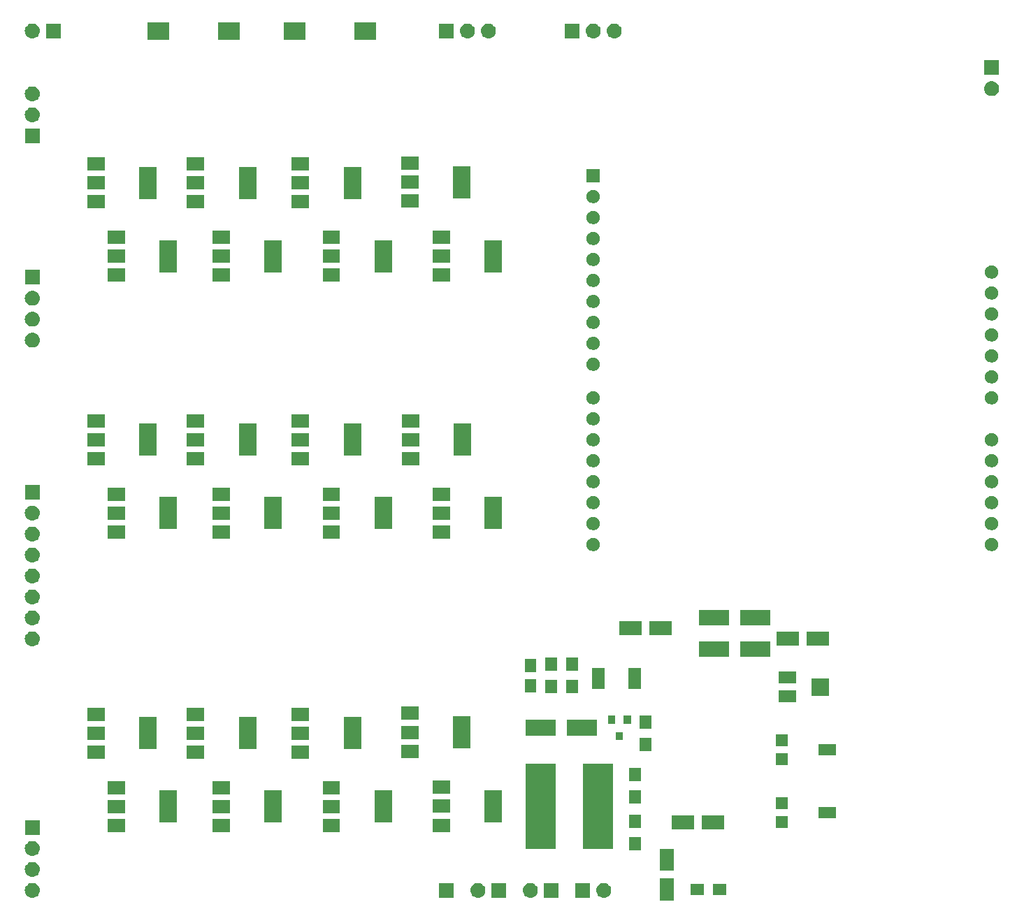
<source format=gbr>
G04 #@! TF.GenerationSoftware,KiCad,Pcbnew,(5.0.1)-3*
G04 #@! TF.CreationDate,2019-12-19T09:37:46+04:00*
G04 #@! TF.ProjectId,Roboarm,526F626F61726D2E6B696361645F7063,rev?*
G04 #@! TF.SameCoordinates,Original*
G04 #@! TF.FileFunction,Soldermask,Top*
G04 #@! TF.FilePolarity,Negative*
%FSLAX46Y46*%
G04 Gerber Fmt 4.6, Leading zero omitted, Abs format (unit mm)*
G04 Created by KiCad (PCBNEW (5.0.1)-3) date 19.12.2019 09:37:46*
%MOMM*%
%LPD*%
G01*
G04 APERTURE LIST*
%ADD10C,0.100000*%
G04 APERTURE END LIST*
D10*
G36*
X155791000Y-146026000D02*
X154089000Y-146026000D01*
X154089000Y-143324000D01*
X155791000Y-143324000D01*
X155791000Y-146026000D01*
X155791000Y-146026000D01*
G37*
G36*
X147430443Y-143885519D02*
X147496627Y-143892037D01*
X147609853Y-143926384D01*
X147666467Y-143943557D01*
X147805087Y-144017652D01*
X147822991Y-144027222D01*
X147858729Y-144056552D01*
X147960186Y-144139814D01*
X148043448Y-144241271D01*
X148072778Y-144277009D01*
X148072779Y-144277011D01*
X148156443Y-144433533D01*
X148156443Y-144433534D01*
X148207963Y-144603373D01*
X148225359Y-144780000D01*
X148207963Y-144956627D01*
X148173616Y-145069853D01*
X148156443Y-145126467D01*
X148082348Y-145265087D01*
X148072778Y-145282991D01*
X148043448Y-145318729D01*
X147960186Y-145420186D01*
X147858729Y-145503448D01*
X147822991Y-145532778D01*
X147822989Y-145532779D01*
X147666467Y-145616443D01*
X147609853Y-145633616D01*
X147496627Y-145667963D01*
X147430443Y-145674481D01*
X147364260Y-145681000D01*
X147275740Y-145681000D01*
X147209557Y-145674481D01*
X147143373Y-145667963D01*
X147030147Y-145633616D01*
X146973533Y-145616443D01*
X146817011Y-145532779D01*
X146817009Y-145532778D01*
X146781271Y-145503448D01*
X146679814Y-145420186D01*
X146596552Y-145318729D01*
X146567222Y-145282991D01*
X146557652Y-145265087D01*
X146483557Y-145126467D01*
X146466384Y-145069853D01*
X146432037Y-144956627D01*
X146414641Y-144780000D01*
X146432037Y-144603373D01*
X146483557Y-144433534D01*
X146483557Y-144433533D01*
X146567221Y-144277011D01*
X146567222Y-144277009D01*
X146596552Y-144241271D01*
X146679814Y-144139814D01*
X146781271Y-144056552D01*
X146817009Y-144027222D01*
X146834913Y-144017652D01*
X146973533Y-143943557D01*
X147030147Y-143926384D01*
X147143373Y-143892037D01*
X147209557Y-143885519D01*
X147275740Y-143879000D01*
X147364260Y-143879000D01*
X147430443Y-143885519D01*
X147430443Y-143885519D01*
G37*
G36*
X129171000Y-145681000D02*
X127369000Y-145681000D01*
X127369000Y-143879000D01*
X129171000Y-143879000D01*
X129171000Y-145681000D01*
X129171000Y-145681000D01*
G37*
G36*
X145681000Y-145681000D02*
X143879000Y-145681000D01*
X143879000Y-143879000D01*
X145681000Y-143879000D01*
X145681000Y-145681000D01*
X145681000Y-145681000D01*
G37*
G36*
X78215443Y-143885519D02*
X78281627Y-143892037D01*
X78394853Y-143926384D01*
X78451467Y-143943557D01*
X78590087Y-144017652D01*
X78607991Y-144027222D01*
X78643729Y-144056552D01*
X78745186Y-144139814D01*
X78828448Y-144241271D01*
X78857778Y-144277009D01*
X78857779Y-144277011D01*
X78941443Y-144433533D01*
X78941443Y-144433534D01*
X78992963Y-144603373D01*
X79010359Y-144780000D01*
X78992963Y-144956627D01*
X78958616Y-145069853D01*
X78941443Y-145126467D01*
X78867348Y-145265087D01*
X78857778Y-145282991D01*
X78828448Y-145318729D01*
X78745186Y-145420186D01*
X78643729Y-145503448D01*
X78607991Y-145532778D01*
X78607989Y-145532779D01*
X78451467Y-145616443D01*
X78394853Y-145633616D01*
X78281627Y-145667963D01*
X78215443Y-145674481D01*
X78149260Y-145681000D01*
X78060740Y-145681000D01*
X77994557Y-145674481D01*
X77928373Y-145667963D01*
X77815147Y-145633616D01*
X77758533Y-145616443D01*
X77602011Y-145532779D01*
X77602009Y-145532778D01*
X77566271Y-145503448D01*
X77464814Y-145420186D01*
X77381552Y-145318729D01*
X77352222Y-145282991D01*
X77342652Y-145265087D01*
X77268557Y-145126467D01*
X77251384Y-145069853D01*
X77217037Y-144956627D01*
X77199641Y-144780000D01*
X77217037Y-144603373D01*
X77268557Y-144433534D01*
X77268557Y-144433533D01*
X77352221Y-144277011D01*
X77352222Y-144277009D01*
X77381552Y-144241271D01*
X77464814Y-144139814D01*
X77566271Y-144056552D01*
X77602009Y-144027222D01*
X77619913Y-144017652D01*
X77758533Y-143943557D01*
X77815147Y-143926384D01*
X77928373Y-143892037D01*
X77994557Y-143885519D01*
X78060740Y-143879000D01*
X78149260Y-143879000D01*
X78215443Y-143885519D01*
X78215443Y-143885519D01*
G37*
G36*
X132190443Y-143885519D02*
X132256627Y-143892037D01*
X132369853Y-143926384D01*
X132426467Y-143943557D01*
X132565087Y-144017652D01*
X132582991Y-144027222D01*
X132618729Y-144056552D01*
X132720186Y-144139814D01*
X132803448Y-144241271D01*
X132832778Y-144277009D01*
X132832779Y-144277011D01*
X132916443Y-144433533D01*
X132916443Y-144433534D01*
X132967963Y-144603373D01*
X132985359Y-144780000D01*
X132967963Y-144956627D01*
X132933616Y-145069853D01*
X132916443Y-145126467D01*
X132842348Y-145265087D01*
X132832778Y-145282991D01*
X132803448Y-145318729D01*
X132720186Y-145420186D01*
X132618729Y-145503448D01*
X132582991Y-145532778D01*
X132582989Y-145532779D01*
X132426467Y-145616443D01*
X132369853Y-145633616D01*
X132256627Y-145667963D01*
X132190443Y-145674481D01*
X132124260Y-145681000D01*
X132035740Y-145681000D01*
X131969557Y-145674481D01*
X131903373Y-145667963D01*
X131790147Y-145633616D01*
X131733533Y-145616443D01*
X131577011Y-145532779D01*
X131577009Y-145532778D01*
X131541271Y-145503448D01*
X131439814Y-145420186D01*
X131356552Y-145318729D01*
X131327222Y-145282991D01*
X131317652Y-145265087D01*
X131243557Y-145126467D01*
X131226384Y-145069853D01*
X131192037Y-144956627D01*
X131174641Y-144780000D01*
X131192037Y-144603373D01*
X131243557Y-144433534D01*
X131243557Y-144433533D01*
X131327221Y-144277011D01*
X131327222Y-144277009D01*
X131356552Y-144241271D01*
X131439814Y-144139814D01*
X131541271Y-144056552D01*
X131577009Y-144027222D01*
X131594913Y-144017652D01*
X131733533Y-143943557D01*
X131790147Y-143926384D01*
X131903373Y-143892037D01*
X131969557Y-143885519D01*
X132035740Y-143879000D01*
X132124260Y-143879000D01*
X132190443Y-143885519D01*
X132190443Y-143885519D01*
G37*
G36*
X141871000Y-145681000D02*
X140069000Y-145681000D01*
X140069000Y-143879000D01*
X141871000Y-143879000D01*
X141871000Y-145681000D01*
X141871000Y-145681000D01*
G37*
G36*
X138540443Y-143885519D02*
X138606627Y-143892037D01*
X138719853Y-143926384D01*
X138776467Y-143943557D01*
X138915087Y-144017652D01*
X138932991Y-144027222D01*
X138968729Y-144056552D01*
X139070186Y-144139814D01*
X139153448Y-144241271D01*
X139182778Y-144277009D01*
X139182779Y-144277011D01*
X139266443Y-144433533D01*
X139266443Y-144433534D01*
X139317963Y-144603373D01*
X139335359Y-144780000D01*
X139317963Y-144956627D01*
X139283616Y-145069853D01*
X139266443Y-145126467D01*
X139192348Y-145265087D01*
X139182778Y-145282991D01*
X139153448Y-145318729D01*
X139070186Y-145420186D01*
X138968729Y-145503448D01*
X138932991Y-145532778D01*
X138932989Y-145532779D01*
X138776467Y-145616443D01*
X138719853Y-145633616D01*
X138606627Y-145667963D01*
X138540443Y-145674481D01*
X138474260Y-145681000D01*
X138385740Y-145681000D01*
X138319557Y-145674481D01*
X138253373Y-145667963D01*
X138140147Y-145633616D01*
X138083533Y-145616443D01*
X137927011Y-145532779D01*
X137927009Y-145532778D01*
X137891271Y-145503448D01*
X137789814Y-145420186D01*
X137706552Y-145318729D01*
X137677222Y-145282991D01*
X137667652Y-145265087D01*
X137593557Y-145126467D01*
X137576384Y-145069853D01*
X137542037Y-144956627D01*
X137524641Y-144780000D01*
X137542037Y-144603373D01*
X137593557Y-144433534D01*
X137593557Y-144433533D01*
X137677221Y-144277011D01*
X137677222Y-144277009D01*
X137706552Y-144241271D01*
X137789814Y-144139814D01*
X137891271Y-144056552D01*
X137927009Y-144027222D01*
X137944913Y-144017652D01*
X138083533Y-143943557D01*
X138140147Y-143926384D01*
X138253373Y-143892037D01*
X138319557Y-143885519D01*
X138385740Y-143879000D01*
X138474260Y-143879000D01*
X138540443Y-143885519D01*
X138540443Y-143885519D01*
G37*
G36*
X135521000Y-145681000D02*
X133719000Y-145681000D01*
X133719000Y-143879000D01*
X135521000Y-143879000D01*
X135521000Y-145681000D01*
X135521000Y-145681000D01*
G37*
G36*
X162171000Y-145376000D02*
X160569000Y-145376000D01*
X160569000Y-143974000D01*
X162171000Y-143974000D01*
X162171000Y-145376000D01*
X162171000Y-145376000D01*
G37*
G36*
X159471000Y-145376000D02*
X157869000Y-145376000D01*
X157869000Y-143974000D01*
X159471000Y-143974000D01*
X159471000Y-145376000D01*
X159471000Y-145376000D01*
G37*
G36*
X78215442Y-141345518D02*
X78281627Y-141352037D01*
X78394853Y-141386384D01*
X78451467Y-141403557D01*
X78590087Y-141477652D01*
X78607991Y-141487222D01*
X78643729Y-141516552D01*
X78745186Y-141599814D01*
X78828448Y-141701271D01*
X78857778Y-141737009D01*
X78857779Y-141737011D01*
X78941443Y-141893533D01*
X78941443Y-141893534D01*
X78992963Y-142063373D01*
X79010359Y-142240000D01*
X78992963Y-142416627D01*
X78958616Y-142529853D01*
X78941443Y-142586467D01*
X78867348Y-142725087D01*
X78857778Y-142742991D01*
X78828448Y-142778729D01*
X78745186Y-142880186D01*
X78643729Y-142963448D01*
X78607991Y-142992778D01*
X78607989Y-142992779D01*
X78451467Y-143076443D01*
X78394853Y-143093616D01*
X78281627Y-143127963D01*
X78215443Y-143134481D01*
X78149260Y-143141000D01*
X78060740Y-143141000D01*
X77994557Y-143134481D01*
X77928373Y-143127963D01*
X77815147Y-143093616D01*
X77758533Y-143076443D01*
X77602011Y-142992779D01*
X77602009Y-142992778D01*
X77566271Y-142963448D01*
X77464814Y-142880186D01*
X77381552Y-142778729D01*
X77352222Y-142742991D01*
X77342652Y-142725087D01*
X77268557Y-142586467D01*
X77251384Y-142529853D01*
X77217037Y-142416627D01*
X77199641Y-142240000D01*
X77217037Y-142063373D01*
X77268557Y-141893534D01*
X77268557Y-141893533D01*
X77352221Y-141737011D01*
X77352222Y-141737009D01*
X77381552Y-141701271D01*
X77464814Y-141599814D01*
X77566271Y-141516552D01*
X77602009Y-141487222D01*
X77619913Y-141477652D01*
X77758533Y-141403557D01*
X77815147Y-141386384D01*
X77928373Y-141352037D01*
X77994558Y-141345518D01*
X78060740Y-141339000D01*
X78149260Y-141339000D01*
X78215442Y-141345518D01*
X78215442Y-141345518D01*
G37*
G36*
X155791000Y-142426000D02*
X154089000Y-142426000D01*
X154089000Y-139724000D01*
X155791000Y-139724000D01*
X155791000Y-142426000D01*
X155791000Y-142426000D01*
G37*
G36*
X78215442Y-138805518D02*
X78281627Y-138812037D01*
X78394853Y-138846384D01*
X78451467Y-138863557D01*
X78590087Y-138937652D01*
X78607991Y-138947222D01*
X78643729Y-138976552D01*
X78745186Y-139059814D01*
X78828448Y-139161271D01*
X78857778Y-139197009D01*
X78857779Y-139197011D01*
X78941443Y-139353533D01*
X78941443Y-139353534D01*
X78992963Y-139523373D01*
X79010359Y-139700000D01*
X78992963Y-139876627D01*
X78971919Y-139946000D01*
X78941443Y-140046467D01*
X78867348Y-140185087D01*
X78857778Y-140202991D01*
X78828448Y-140238729D01*
X78745186Y-140340186D01*
X78643729Y-140423448D01*
X78607991Y-140452778D01*
X78607989Y-140452779D01*
X78451467Y-140536443D01*
X78394853Y-140553616D01*
X78281627Y-140587963D01*
X78215442Y-140594482D01*
X78149260Y-140601000D01*
X78060740Y-140601000D01*
X77994558Y-140594482D01*
X77928373Y-140587963D01*
X77815147Y-140553616D01*
X77758533Y-140536443D01*
X77602011Y-140452779D01*
X77602009Y-140452778D01*
X77566271Y-140423448D01*
X77464814Y-140340186D01*
X77381552Y-140238729D01*
X77352222Y-140202991D01*
X77342652Y-140185087D01*
X77268557Y-140046467D01*
X77238081Y-139946000D01*
X77217037Y-139876627D01*
X77199641Y-139700000D01*
X77217037Y-139523373D01*
X77268557Y-139353534D01*
X77268557Y-139353533D01*
X77352221Y-139197011D01*
X77352222Y-139197009D01*
X77381552Y-139161271D01*
X77464814Y-139059814D01*
X77566271Y-138976552D01*
X77602009Y-138947222D01*
X77619913Y-138937652D01*
X77758533Y-138863557D01*
X77815147Y-138846384D01*
X77928373Y-138812037D01*
X77994558Y-138805518D01*
X78060740Y-138799000D01*
X78149260Y-138799000D01*
X78215442Y-138805518D01*
X78215442Y-138805518D01*
G37*
G36*
X151831000Y-139946000D02*
X150429000Y-139946000D01*
X150429000Y-138344000D01*
X151831000Y-138344000D01*
X151831000Y-139946000D01*
X151831000Y-139946000D01*
G37*
G36*
X148451000Y-139771000D02*
X144849000Y-139771000D01*
X144849000Y-129469000D01*
X148451000Y-129469000D01*
X148451000Y-139771000D01*
X148451000Y-139771000D01*
G37*
G36*
X141501000Y-139771000D02*
X137899000Y-139771000D01*
X137899000Y-129469000D01*
X141501000Y-129469000D01*
X141501000Y-139771000D01*
X141501000Y-139771000D01*
G37*
G36*
X79006000Y-138061000D02*
X77204000Y-138061000D01*
X77204000Y-136259000D01*
X79006000Y-136259000D01*
X79006000Y-138061000D01*
X79006000Y-138061000D01*
G37*
G36*
X102041000Y-137721000D02*
X99939000Y-137721000D01*
X99939000Y-136119000D01*
X102041000Y-136119000D01*
X102041000Y-137721000D01*
X102041000Y-137721000D01*
G37*
G36*
X89341000Y-137721000D02*
X87239000Y-137721000D01*
X87239000Y-136119000D01*
X89341000Y-136119000D01*
X89341000Y-137721000D01*
X89341000Y-137721000D01*
G37*
G36*
X115376000Y-137721000D02*
X113274000Y-137721000D01*
X113274000Y-136119000D01*
X115376000Y-136119000D01*
X115376000Y-137721000D01*
X115376000Y-137721000D01*
G37*
G36*
X128686000Y-137696000D02*
X126584000Y-137696000D01*
X126584000Y-136094000D01*
X128686000Y-136094000D01*
X128686000Y-137696000D01*
X128686000Y-137696000D01*
G37*
G36*
X158301000Y-137376000D02*
X155599000Y-137376000D01*
X155599000Y-135674000D01*
X158301000Y-135674000D01*
X158301000Y-137376000D01*
X158301000Y-137376000D01*
G37*
G36*
X161901000Y-137376000D02*
X159199000Y-137376000D01*
X159199000Y-135674000D01*
X161901000Y-135674000D01*
X161901000Y-137376000D01*
X161901000Y-137376000D01*
G37*
G36*
X151831000Y-137246000D02*
X150429000Y-137246000D01*
X150429000Y-135644000D01*
X151831000Y-135644000D01*
X151831000Y-137246000D01*
X151831000Y-137246000D01*
G37*
G36*
X169611000Y-137226000D02*
X168209000Y-137226000D01*
X168209000Y-135824000D01*
X169611000Y-135824000D01*
X169611000Y-137226000D01*
X169611000Y-137226000D01*
G37*
G36*
X95641000Y-136571000D02*
X93539000Y-136571000D01*
X93539000Y-132669000D01*
X95641000Y-132669000D01*
X95641000Y-136571000D01*
X95641000Y-136571000D01*
G37*
G36*
X108341000Y-136571000D02*
X106239000Y-136571000D01*
X106239000Y-132669000D01*
X108341000Y-132669000D01*
X108341000Y-136571000D01*
X108341000Y-136571000D01*
G37*
G36*
X121676000Y-136571000D02*
X119574000Y-136571000D01*
X119574000Y-132669000D01*
X121676000Y-132669000D01*
X121676000Y-136571000D01*
X121676000Y-136571000D01*
G37*
G36*
X134986000Y-136546000D02*
X132884000Y-136546000D01*
X132884000Y-132644000D01*
X134986000Y-132644000D01*
X134986000Y-136546000D01*
X134986000Y-136546000D01*
G37*
G36*
X175461000Y-136076000D02*
X173359000Y-136076000D01*
X173359000Y-134674000D01*
X175461000Y-134674000D01*
X175461000Y-136076000D01*
X175461000Y-136076000D01*
G37*
G36*
X115376000Y-135421000D02*
X113274000Y-135421000D01*
X113274000Y-133819000D01*
X115376000Y-133819000D01*
X115376000Y-135421000D01*
X115376000Y-135421000D01*
G37*
G36*
X102041000Y-135421000D02*
X99939000Y-135421000D01*
X99939000Y-133819000D01*
X102041000Y-133819000D01*
X102041000Y-135421000D01*
X102041000Y-135421000D01*
G37*
G36*
X89341000Y-135421000D02*
X87239000Y-135421000D01*
X87239000Y-133819000D01*
X89341000Y-133819000D01*
X89341000Y-135421000D01*
X89341000Y-135421000D01*
G37*
G36*
X128686000Y-135396000D02*
X126584000Y-135396000D01*
X126584000Y-133794000D01*
X128686000Y-133794000D01*
X128686000Y-135396000D01*
X128686000Y-135396000D01*
G37*
G36*
X169611000Y-134926000D02*
X168209000Y-134926000D01*
X168209000Y-133524000D01*
X169611000Y-133524000D01*
X169611000Y-134926000D01*
X169611000Y-134926000D01*
G37*
G36*
X151831000Y-134231000D02*
X150429000Y-134231000D01*
X150429000Y-132629000D01*
X151831000Y-132629000D01*
X151831000Y-134231000D01*
X151831000Y-134231000D01*
G37*
G36*
X102041000Y-133121000D02*
X99939000Y-133121000D01*
X99939000Y-131519000D01*
X102041000Y-131519000D01*
X102041000Y-133121000D01*
X102041000Y-133121000D01*
G37*
G36*
X115376000Y-133121000D02*
X113274000Y-133121000D01*
X113274000Y-131519000D01*
X115376000Y-131519000D01*
X115376000Y-133121000D01*
X115376000Y-133121000D01*
G37*
G36*
X89341000Y-133121000D02*
X87239000Y-133121000D01*
X87239000Y-131519000D01*
X89341000Y-131519000D01*
X89341000Y-133121000D01*
X89341000Y-133121000D01*
G37*
G36*
X128686000Y-133096000D02*
X126584000Y-133096000D01*
X126584000Y-131494000D01*
X128686000Y-131494000D01*
X128686000Y-133096000D01*
X128686000Y-133096000D01*
G37*
G36*
X151831000Y-131531000D02*
X150429000Y-131531000D01*
X150429000Y-129929000D01*
X151831000Y-129929000D01*
X151831000Y-131531000D01*
X151831000Y-131531000D01*
G37*
G36*
X169611000Y-129606000D02*
X168209000Y-129606000D01*
X168209000Y-128204000D01*
X169611000Y-128204000D01*
X169611000Y-129606000D01*
X169611000Y-129606000D01*
G37*
G36*
X111641000Y-128831000D02*
X109539000Y-128831000D01*
X109539000Y-127229000D01*
X111641000Y-127229000D01*
X111641000Y-128831000D01*
X111641000Y-128831000D01*
G37*
G36*
X86876000Y-128831000D02*
X84774000Y-128831000D01*
X84774000Y-127229000D01*
X86876000Y-127229000D01*
X86876000Y-128831000D01*
X86876000Y-128831000D01*
G37*
G36*
X98941000Y-128831000D02*
X96839000Y-128831000D01*
X96839000Y-127229000D01*
X98941000Y-127229000D01*
X98941000Y-128831000D01*
X98941000Y-128831000D01*
G37*
G36*
X124876000Y-128731000D02*
X122774000Y-128731000D01*
X122774000Y-127129000D01*
X124876000Y-127129000D01*
X124876000Y-128731000D01*
X124876000Y-128731000D01*
G37*
G36*
X175461000Y-128456000D02*
X173359000Y-128456000D01*
X173359000Y-127054000D01*
X175461000Y-127054000D01*
X175461000Y-128456000D01*
X175461000Y-128456000D01*
G37*
G36*
X153101000Y-127881000D02*
X151699000Y-127881000D01*
X151699000Y-126279000D01*
X153101000Y-126279000D01*
X153101000Y-127881000D01*
X153101000Y-127881000D01*
G37*
G36*
X117941000Y-127681000D02*
X115839000Y-127681000D01*
X115839000Y-123779000D01*
X117941000Y-123779000D01*
X117941000Y-127681000D01*
X117941000Y-127681000D01*
G37*
G36*
X93176000Y-127681000D02*
X91074000Y-127681000D01*
X91074000Y-123779000D01*
X93176000Y-123779000D01*
X93176000Y-127681000D01*
X93176000Y-127681000D01*
G37*
G36*
X105241000Y-127681000D02*
X103139000Y-127681000D01*
X103139000Y-123779000D01*
X105241000Y-123779000D01*
X105241000Y-127681000D01*
X105241000Y-127681000D01*
G37*
G36*
X131176000Y-127581000D02*
X129074000Y-127581000D01*
X129074000Y-123679000D01*
X131176000Y-123679000D01*
X131176000Y-127581000D01*
X131176000Y-127581000D01*
G37*
G36*
X169611000Y-127306000D02*
X168209000Y-127306000D01*
X168209000Y-125904000D01*
X169611000Y-125904000D01*
X169611000Y-127306000D01*
X169611000Y-127306000D01*
G37*
G36*
X149676000Y-126596000D02*
X148774000Y-126596000D01*
X148774000Y-125594000D01*
X149676000Y-125594000D01*
X149676000Y-126596000D01*
X149676000Y-126596000D01*
G37*
G36*
X111641000Y-126531000D02*
X109539000Y-126531000D01*
X109539000Y-124929000D01*
X111641000Y-124929000D01*
X111641000Y-126531000D01*
X111641000Y-126531000D01*
G37*
G36*
X86876000Y-126531000D02*
X84774000Y-126531000D01*
X84774000Y-124929000D01*
X86876000Y-124929000D01*
X86876000Y-126531000D01*
X86876000Y-126531000D01*
G37*
G36*
X98941000Y-126531000D02*
X96839000Y-126531000D01*
X96839000Y-124929000D01*
X98941000Y-124929000D01*
X98941000Y-126531000D01*
X98941000Y-126531000D01*
G37*
G36*
X124876000Y-126431000D02*
X122774000Y-126431000D01*
X122774000Y-124829000D01*
X124876000Y-124829000D01*
X124876000Y-126431000D01*
X124876000Y-126431000D01*
G37*
G36*
X146501000Y-126046000D02*
X142899000Y-126046000D01*
X142899000Y-124144000D01*
X146501000Y-124144000D01*
X146501000Y-126046000D01*
X146501000Y-126046000D01*
G37*
G36*
X141501000Y-126046000D02*
X137899000Y-126046000D01*
X137899000Y-124144000D01*
X141501000Y-124144000D01*
X141501000Y-126046000D01*
X141501000Y-126046000D01*
G37*
G36*
X153101000Y-125181000D02*
X151699000Y-125181000D01*
X151699000Y-123579000D01*
X153101000Y-123579000D01*
X153101000Y-125181000D01*
X153101000Y-125181000D01*
G37*
G36*
X150626000Y-124596000D02*
X149724000Y-124596000D01*
X149724000Y-123594000D01*
X150626000Y-123594000D01*
X150626000Y-124596000D01*
X150626000Y-124596000D01*
G37*
G36*
X148726000Y-124596000D02*
X147824000Y-124596000D01*
X147824000Y-123594000D01*
X148726000Y-123594000D01*
X148726000Y-124596000D01*
X148726000Y-124596000D01*
G37*
G36*
X86876000Y-124231000D02*
X84774000Y-124231000D01*
X84774000Y-122629000D01*
X86876000Y-122629000D01*
X86876000Y-124231000D01*
X86876000Y-124231000D01*
G37*
G36*
X111641000Y-124231000D02*
X109539000Y-124231000D01*
X109539000Y-122629000D01*
X111641000Y-122629000D01*
X111641000Y-124231000D01*
X111641000Y-124231000D01*
G37*
G36*
X98941000Y-124231000D02*
X96839000Y-124231000D01*
X96839000Y-122629000D01*
X98941000Y-122629000D01*
X98941000Y-124231000D01*
X98941000Y-124231000D01*
G37*
G36*
X124876000Y-124131000D02*
X122774000Y-124131000D01*
X122774000Y-122529000D01*
X124876000Y-122529000D01*
X124876000Y-124131000D01*
X124876000Y-124131000D01*
G37*
G36*
X170596000Y-121986000D02*
X168494000Y-121986000D01*
X168494000Y-120584000D01*
X170596000Y-120584000D01*
X170596000Y-121986000D01*
X170596000Y-121986000D01*
G37*
G36*
X174596000Y-121186000D02*
X172494000Y-121186000D01*
X172494000Y-119084000D01*
X174596000Y-119084000D01*
X174596000Y-121186000D01*
X174596000Y-121186000D01*
G37*
G36*
X141671000Y-120896000D02*
X140269000Y-120896000D01*
X140269000Y-119294000D01*
X141671000Y-119294000D01*
X141671000Y-120896000D01*
X141671000Y-120896000D01*
G37*
G36*
X144211000Y-120896000D02*
X142809000Y-120896000D01*
X142809000Y-119294000D01*
X144211000Y-119294000D01*
X144211000Y-120896000D01*
X144211000Y-120896000D01*
G37*
G36*
X139106000Y-120816000D02*
X137754000Y-120816000D01*
X137754000Y-119214000D01*
X139106000Y-119214000D01*
X139106000Y-120816000D01*
X139106000Y-120816000D01*
G37*
G36*
X151861000Y-120336000D02*
X150309000Y-120336000D01*
X150309000Y-117834000D01*
X151861000Y-117834000D01*
X151861000Y-120336000D01*
X151861000Y-120336000D01*
G37*
G36*
X147461000Y-120336000D02*
X145909000Y-120336000D01*
X145909000Y-117834000D01*
X147461000Y-117834000D01*
X147461000Y-120336000D01*
X147461000Y-120336000D01*
G37*
G36*
X170596000Y-119686000D02*
X168494000Y-119686000D01*
X168494000Y-118284000D01*
X170596000Y-118284000D01*
X170596000Y-119686000D01*
X170596000Y-119686000D01*
G37*
G36*
X139106000Y-118316000D02*
X137754000Y-118316000D01*
X137754000Y-116714000D01*
X139106000Y-116714000D01*
X139106000Y-118316000D01*
X139106000Y-118316000D01*
G37*
G36*
X141671000Y-118196000D02*
X140269000Y-118196000D01*
X140269000Y-116594000D01*
X141671000Y-116594000D01*
X141671000Y-118196000D01*
X141671000Y-118196000D01*
G37*
G36*
X144211000Y-118196000D02*
X142809000Y-118196000D01*
X142809000Y-116594000D01*
X144211000Y-116594000D01*
X144211000Y-118196000D01*
X144211000Y-118196000D01*
G37*
G36*
X162496000Y-116521000D02*
X158894000Y-116521000D01*
X158894000Y-114619000D01*
X162496000Y-114619000D01*
X162496000Y-116521000D01*
X162496000Y-116521000D01*
G37*
G36*
X167496000Y-116521000D02*
X163894000Y-116521000D01*
X163894000Y-114619000D01*
X167496000Y-114619000D01*
X167496000Y-116521000D01*
X167496000Y-116521000D01*
G37*
G36*
X78215443Y-113405519D02*
X78281627Y-113412037D01*
X78394853Y-113446384D01*
X78451467Y-113463557D01*
X78590087Y-113537652D01*
X78607991Y-113547222D01*
X78643729Y-113576552D01*
X78745186Y-113659814D01*
X78828448Y-113761271D01*
X78857778Y-113797009D01*
X78857779Y-113797011D01*
X78941443Y-113953533D01*
X78941443Y-113953534D01*
X78992963Y-114123373D01*
X79010359Y-114300000D01*
X78992963Y-114476627D01*
X78958616Y-114589853D01*
X78941443Y-114646467D01*
X78867348Y-114785087D01*
X78857778Y-114802991D01*
X78828448Y-114838729D01*
X78745186Y-114940186D01*
X78643729Y-115023448D01*
X78607991Y-115052778D01*
X78607989Y-115052779D01*
X78451467Y-115136443D01*
X78403478Y-115151000D01*
X78281627Y-115187963D01*
X78215442Y-115194482D01*
X78149260Y-115201000D01*
X78060740Y-115201000D01*
X77994558Y-115194482D01*
X77928373Y-115187963D01*
X77806522Y-115151000D01*
X77758533Y-115136443D01*
X77602011Y-115052779D01*
X77602009Y-115052778D01*
X77566271Y-115023448D01*
X77464814Y-114940186D01*
X77381552Y-114838729D01*
X77352222Y-114802991D01*
X77342652Y-114785087D01*
X77268557Y-114646467D01*
X77251384Y-114589853D01*
X77217037Y-114476627D01*
X77199641Y-114300000D01*
X77217037Y-114123373D01*
X77268557Y-113953534D01*
X77268557Y-113953533D01*
X77352221Y-113797011D01*
X77352222Y-113797009D01*
X77381552Y-113761271D01*
X77464814Y-113659814D01*
X77566271Y-113576552D01*
X77602009Y-113547222D01*
X77619913Y-113537652D01*
X77758533Y-113463557D01*
X77815147Y-113446384D01*
X77928373Y-113412037D01*
X77994557Y-113405519D01*
X78060740Y-113399000D01*
X78149260Y-113399000D01*
X78215443Y-113405519D01*
X78215443Y-113405519D01*
G37*
G36*
X174601000Y-115151000D02*
X171899000Y-115151000D01*
X171899000Y-113449000D01*
X174601000Y-113449000D01*
X174601000Y-115151000D01*
X174601000Y-115151000D01*
G37*
G36*
X171001000Y-115151000D02*
X168299000Y-115151000D01*
X168299000Y-113449000D01*
X171001000Y-113449000D01*
X171001000Y-115151000D01*
X171001000Y-115151000D01*
G37*
G36*
X155551000Y-113881000D02*
X152849000Y-113881000D01*
X152849000Y-112179000D01*
X155551000Y-112179000D01*
X155551000Y-113881000D01*
X155551000Y-113881000D01*
G37*
G36*
X151951000Y-113881000D02*
X149249000Y-113881000D01*
X149249000Y-112179000D01*
X151951000Y-112179000D01*
X151951000Y-113881000D01*
X151951000Y-113881000D01*
G37*
G36*
X162496000Y-112711000D02*
X158894000Y-112711000D01*
X158894000Y-110809000D01*
X162496000Y-110809000D01*
X162496000Y-112711000D01*
X162496000Y-112711000D01*
G37*
G36*
X167496000Y-112711000D02*
X163894000Y-112711000D01*
X163894000Y-110809000D01*
X167496000Y-110809000D01*
X167496000Y-112711000D01*
X167496000Y-112711000D01*
G37*
G36*
X78215442Y-110865518D02*
X78281627Y-110872037D01*
X78394853Y-110906384D01*
X78451467Y-110923557D01*
X78590087Y-110997652D01*
X78607991Y-111007222D01*
X78643729Y-111036552D01*
X78745186Y-111119814D01*
X78828448Y-111221271D01*
X78857778Y-111257009D01*
X78857779Y-111257011D01*
X78941443Y-111413533D01*
X78941443Y-111413534D01*
X78992963Y-111583373D01*
X79010359Y-111760000D01*
X78992963Y-111936627D01*
X78958616Y-112049853D01*
X78941443Y-112106467D01*
X78867348Y-112245087D01*
X78857778Y-112262991D01*
X78828448Y-112298729D01*
X78745186Y-112400186D01*
X78643729Y-112483448D01*
X78607991Y-112512778D01*
X78607989Y-112512779D01*
X78451467Y-112596443D01*
X78394853Y-112613616D01*
X78281627Y-112647963D01*
X78215442Y-112654482D01*
X78149260Y-112661000D01*
X78060740Y-112661000D01*
X77994558Y-112654482D01*
X77928373Y-112647963D01*
X77815147Y-112613616D01*
X77758533Y-112596443D01*
X77602011Y-112512779D01*
X77602009Y-112512778D01*
X77566271Y-112483448D01*
X77464814Y-112400186D01*
X77381552Y-112298729D01*
X77352222Y-112262991D01*
X77342652Y-112245087D01*
X77268557Y-112106467D01*
X77251384Y-112049853D01*
X77217037Y-111936627D01*
X77199641Y-111760000D01*
X77217037Y-111583373D01*
X77268557Y-111413534D01*
X77268557Y-111413533D01*
X77352221Y-111257011D01*
X77352222Y-111257009D01*
X77381552Y-111221271D01*
X77464814Y-111119814D01*
X77566271Y-111036552D01*
X77602009Y-111007222D01*
X77619913Y-110997652D01*
X77758533Y-110923557D01*
X77815147Y-110906384D01*
X77928373Y-110872037D01*
X77994558Y-110865518D01*
X78060740Y-110859000D01*
X78149260Y-110859000D01*
X78215442Y-110865518D01*
X78215442Y-110865518D01*
G37*
G36*
X78215443Y-108325519D02*
X78281627Y-108332037D01*
X78394853Y-108366384D01*
X78451467Y-108383557D01*
X78590087Y-108457652D01*
X78607991Y-108467222D01*
X78643729Y-108496552D01*
X78745186Y-108579814D01*
X78828448Y-108681271D01*
X78857778Y-108717009D01*
X78857779Y-108717011D01*
X78941443Y-108873533D01*
X78941443Y-108873534D01*
X78992963Y-109043373D01*
X79010359Y-109220000D01*
X78992963Y-109396627D01*
X78958616Y-109509853D01*
X78941443Y-109566467D01*
X78867348Y-109705087D01*
X78857778Y-109722991D01*
X78828448Y-109758729D01*
X78745186Y-109860186D01*
X78643729Y-109943448D01*
X78607991Y-109972778D01*
X78607989Y-109972779D01*
X78451467Y-110056443D01*
X78394853Y-110073616D01*
X78281627Y-110107963D01*
X78215443Y-110114481D01*
X78149260Y-110121000D01*
X78060740Y-110121000D01*
X77994557Y-110114481D01*
X77928373Y-110107963D01*
X77815147Y-110073616D01*
X77758533Y-110056443D01*
X77602011Y-109972779D01*
X77602009Y-109972778D01*
X77566271Y-109943448D01*
X77464814Y-109860186D01*
X77381552Y-109758729D01*
X77352222Y-109722991D01*
X77342652Y-109705087D01*
X77268557Y-109566467D01*
X77251384Y-109509853D01*
X77217037Y-109396627D01*
X77199641Y-109220000D01*
X77217037Y-109043373D01*
X77268557Y-108873534D01*
X77268557Y-108873533D01*
X77352221Y-108717011D01*
X77352222Y-108717009D01*
X77381552Y-108681271D01*
X77464814Y-108579814D01*
X77566271Y-108496552D01*
X77602009Y-108467222D01*
X77619913Y-108457652D01*
X77758533Y-108383557D01*
X77815147Y-108366384D01*
X77928373Y-108332037D01*
X77994557Y-108325519D01*
X78060740Y-108319000D01*
X78149260Y-108319000D01*
X78215443Y-108325519D01*
X78215443Y-108325519D01*
G37*
G36*
X78215443Y-105785519D02*
X78281627Y-105792037D01*
X78394853Y-105826384D01*
X78451467Y-105843557D01*
X78590087Y-105917652D01*
X78607991Y-105927222D01*
X78643729Y-105956552D01*
X78745186Y-106039814D01*
X78828448Y-106141271D01*
X78857778Y-106177009D01*
X78857779Y-106177011D01*
X78941443Y-106333533D01*
X78941443Y-106333534D01*
X78992963Y-106503373D01*
X79010359Y-106680000D01*
X78992963Y-106856627D01*
X78958616Y-106969853D01*
X78941443Y-107026467D01*
X78867348Y-107165087D01*
X78857778Y-107182991D01*
X78828448Y-107218729D01*
X78745186Y-107320186D01*
X78643729Y-107403448D01*
X78607991Y-107432778D01*
X78607989Y-107432779D01*
X78451467Y-107516443D01*
X78394853Y-107533616D01*
X78281627Y-107567963D01*
X78215443Y-107574481D01*
X78149260Y-107581000D01*
X78060740Y-107581000D01*
X77994557Y-107574481D01*
X77928373Y-107567963D01*
X77815147Y-107533616D01*
X77758533Y-107516443D01*
X77602011Y-107432779D01*
X77602009Y-107432778D01*
X77566271Y-107403448D01*
X77464814Y-107320186D01*
X77381552Y-107218729D01*
X77352222Y-107182991D01*
X77342652Y-107165087D01*
X77268557Y-107026467D01*
X77251384Y-106969853D01*
X77217037Y-106856627D01*
X77199641Y-106680000D01*
X77217037Y-106503373D01*
X77268557Y-106333534D01*
X77268557Y-106333533D01*
X77352221Y-106177011D01*
X77352222Y-106177009D01*
X77381552Y-106141271D01*
X77464814Y-106039814D01*
X77566271Y-105956552D01*
X77602009Y-105927222D01*
X77619913Y-105917652D01*
X77758533Y-105843557D01*
X77815147Y-105826384D01*
X77928373Y-105792037D01*
X77994557Y-105785519D01*
X78060740Y-105779000D01*
X78149260Y-105779000D01*
X78215443Y-105785519D01*
X78215443Y-105785519D01*
G37*
G36*
X78215443Y-103245519D02*
X78281627Y-103252037D01*
X78394853Y-103286384D01*
X78451467Y-103303557D01*
X78590087Y-103377652D01*
X78607991Y-103387222D01*
X78609253Y-103388258D01*
X78745186Y-103499814D01*
X78819584Y-103590470D01*
X78857778Y-103637009D01*
X78857779Y-103637011D01*
X78941443Y-103793533D01*
X78941443Y-103793534D01*
X78992963Y-103963373D01*
X79010359Y-104140000D01*
X78992963Y-104316627D01*
X78958616Y-104429853D01*
X78941443Y-104486467D01*
X78867348Y-104625087D01*
X78857778Y-104642991D01*
X78828448Y-104678729D01*
X78745186Y-104780186D01*
X78643729Y-104863448D01*
X78607991Y-104892778D01*
X78607989Y-104892779D01*
X78451467Y-104976443D01*
X78394853Y-104993616D01*
X78281627Y-105027963D01*
X78215442Y-105034482D01*
X78149260Y-105041000D01*
X78060740Y-105041000D01*
X77994557Y-105034481D01*
X77928373Y-105027963D01*
X77815147Y-104993616D01*
X77758533Y-104976443D01*
X77602011Y-104892779D01*
X77602009Y-104892778D01*
X77566271Y-104863448D01*
X77464814Y-104780186D01*
X77381552Y-104678729D01*
X77352222Y-104642991D01*
X77342652Y-104625087D01*
X77268557Y-104486467D01*
X77251384Y-104429853D01*
X77217037Y-104316627D01*
X77199641Y-104140000D01*
X77217037Y-103963373D01*
X77268557Y-103793534D01*
X77268557Y-103793533D01*
X77352221Y-103637011D01*
X77352222Y-103637009D01*
X77390416Y-103590470D01*
X77464814Y-103499814D01*
X77600747Y-103388258D01*
X77602009Y-103387222D01*
X77619913Y-103377652D01*
X77758533Y-103303557D01*
X77815147Y-103286384D01*
X77928373Y-103252037D01*
X77994558Y-103245518D01*
X78060740Y-103239000D01*
X78149260Y-103239000D01*
X78215443Y-103245519D01*
X78215443Y-103245519D01*
G37*
G36*
X146287142Y-102088242D02*
X146435102Y-102149530D01*
X146452268Y-102161000D01*
X146568257Y-102238501D01*
X146681499Y-102351743D01*
X146682191Y-102352779D01*
X146770470Y-102484898D01*
X146831758Y-102632858D01*
X146863000Y-102789925D01*
X146863000Y-102950075D01*
X146831758Y-103107142D01*
X146784354Y-103221583D01*
X146770471Y-103255100D01*
X146682191Y-103387222D01*
X146681498Y-103388258D01*
X146568258Y-103501498D01*
X146435102Y-103590470D01*
X146287142Y-103651758D01*
X146130075Y-103683000D01*
X145969925Y-103683000D01*
X145812858Y-103651758D01*
X145664898Y-103590470D01*
X145531742Y-103501498D01*
X145418502Y-103388258D01*
X145417810Y-103387222D01*
X145329529Y-103255100D01*
X145315646Y-103221583D01*
X145268242Y-103107142D01*
X145237000Y-102950075D01*
X145237000Y-102789925D01*
X145268242Y-102632858D01*
X145329530Y-102484898D01*
X145417809Y-102352779D01*
X145418501Y-102351743D01*
X145531743Y-102238501D01*
X145647732Y-102161000D01*
X145664898Y-102149530D01*
X145812858Y-102088242D01*
X145969925Y-102057000D01*
X146130075Y-102057000D01*
X146287142Y-102088242D01*
X146287142Y-102088242D01*
G37*
G36*
X194547142Y-102088242D02*
X194695102Y-102149530D01*
X194712268Y-102161000D01*
X194828257Y-102238501D01*
X194941499Y-102351743D01*
X194942191Y-102352779D01*
X195030470Y-102484898D01*
X195091758Y-102632858D01*
X195123000Y-102789925D01*
X195123000Y-102950075D01*
X195091758Y-103107142D01*
X195044354Y-103221583D01*
X195030471Y-103255100D01*
X194942191Y-103387222D01*
X194941498Y-103388258D01*
X194828258Y-103501498D01*
X194695102Y-103590470D01*
X194547142Y-103651758D01*
X194390075Y-103683000D01*
X194229925Y-103683000D01*
X194072858Y-103651758D01*
X193924898Y-103590470D01*
X193791742Y-103501498D01*
X193678502Y-103388258D01*
X193677810Y-103387222D01*
X193589529Y-103255100D01*
X193575646Y-103221583D01*
X193528242Y-103107142D01*
X193497000Y-102950075D01*
X193497000Y-102789925D01*
X193528242Y-102632858D01*
X193589530Y-102484898D01*
X193677809Y-102352779D01*
X193678501Y-102351743D01*
X193791743Y-102238501D01*
X193907732Y-102161000D01*
X193924898Y-102149530D01*
X194072858Y-102088242D01*
X194229925Y-102057000D01*
X194390075Y-102057000D01*
X194547142Y-102088242D01*
X194547142Y-102088242D01*
G37*
G36*
X78215443Y-100705519D02*
X78281627Y-100712037D01*
X78394853Y-100746384D01*
X78451467Y-100763557D01*
X78590087Y-100837652D01*
X78607991Y-100847222D01*
X78609253Y-100848258D01*
X78745186Y-100959814D01*
X78819584Y-101050470D01*
X78857778Y-101097009D01*
X78857779Y-101097011D01*
X78941443Y-101253533D01*
X78941443Y-101253534D01*
X78992963Y-101423373D01*
X79010359Y-101600000D01*
X78992963Y-101776627D01*
X78958616Y-101889853D01*
X78941443Y-101946467D01*
X78882361Y-102057000D01*
X78857778Y-102102991D01*
X78828448Y-102138729D01*
X78745186Y-102240186D01*
X78643729Y-102323448D01*
X78607991Y-102352778D01*
X78607989Y-102352779D01*
X78451467Y-102436443D01*
X78394853Y-102453616D01*
X78281627Y-102487963D01*
X78215442Y-102494482D01*
X78149260Y-102501000D01*
X78060740Y-102501000D01*
X77994558Y-102494482D01*
X77928373Y-102487963D01*
X77815147Y-102453616D01*
X77758533Y-102436443D01*
X77602011Y-102352779D01*
X77602009Y-102352778D01*
X77566271Y-102323448D01*
X77464814Y-102240186D01*
X77381552Y-102138729D01*
X77352222Y-102102991D01*
X77327639Y-102057000D01*
X77268557Y-101946467D01*
X77251384Y-101889853D01*
X77217037Y-101776627D01*
X77199641Y-101600000D01*
X77217037Y-101423373D01*
X77268557Y-101253534D01*
X77268557Y-101253533D01*
X77352221Y-101097011D01*
X77352222Y-101097009D01*
X77390416Y-101050470D01*
X77464814Y-100959814D01*
X77600747Y-100848258D01*
X77602009Y-100847222D01*
X77619913Y-100837652D01*
X77758533Y-100763557D01*
X77815147Y-100746384D01*
X77928373Y-100712037D01*
X77994557Y-100705519D01*
X78060740Y-100699000D01*
X78149260Y-100699000D01*
X78215443Y-100705519D01*
X78215443Y-100705519D01*
G37*
G36*
X115376000Y-102161000D02*
X113274000Y-102161000D01*
X113274000Y-100559000D01*
X115376000Y-100559000D01*
X115376000Y-102161000D01*
X115376000Y-102161000D01*
G37*
G36*
X102041000Y-102161000D02*
X99939000Y-102161000D01*
X99939000Y-100559000D01*
X102041000Y-100559000D01*
X102041000Y-102161000D01*
X102041000Y-102161000D01*
G37*
G36*
X128711000Y-102161000D02*
X126609000Y-102161000D01*
X126609000Y-100559000D01*
X128711000Y-100559000D01*
X128711000Y-102161000D01*
X128711000Y-102161000D01*
G37*
G36*
X89341000Y-102161000D02*
X87239000Y-102161000D01*
X87239000Y-100559000D01*
X89341000Y-100559000D01*
X89341000Y-102161000D01*
X89341000Y-102161000D01*
G37*
G36*
X194547142Y-99548242D02*
X194695102Y-99609530D01*
X194762130Y-99654317D01*
X194828257Y-99698501D01*
X194941499Y-99811743D01*
X194942191Y-99812779D01*
X195030470Y-99944898D01*
X195091758Y-100092858D01*
X195123000Y-100249925D01*
X195123000Y-100410075D01*
X195091758Y-100567142D01*
X195044354Y-100681583D01*
X195030471Y-100715100D01*
X194942191Y-100847222D01*
X194941498Y-100848258D01*
X194828258Y-100961498D01*
X194695102Y-101050470D01*
X194547142Y-101111758D01*
X194390075Y-101143000D01*
X194229925Y-101143000D01*
X194072858Y-101111758D01*
X193924898Y-101050470D01*
X193791742Y-100961498D01*
X193678502Y-100848258D01*
X193677810Y-100847222D01*
X193589529Y-100715100D01*
X193575646Y-100681583D01*
X193528242Y-100567142D01*
X193497000Y-100410075D01*
X193497000Y-100249925D01*
X193528242Y-100092858D01*
X193589530Y-99944898D01*
X193677809Y-99812779D01*
X193678501Y-99811743D01*
X193791743Y-99698501D01*
X193857870Y-99654317D01*
X193924898Y-99609530D01*
X194072858Y-99548242D01*
X194229925Y-99517000D01*
X194390075Y-99517000D01*
X194547142Y-99548242D01*
X194547142Y-99548242D01*
G37*
G36*
X146287142Y-99548242D02*
X146435102Y-99609530D01*
X146502130Y-99654317D01*
X146568257Y-99698501D01*
X146681499Y-99811743D01*
X146682191Y-99812779D01*
X146770470Y-99944898D01*
X146831758Y-100092858D01*
X146863000Y-100249925D01*
X146863000Y-100410075D01*
X146831758Y-100567142D01*
X146784354Y-100681583D01*
X146770471Y-100715100D01*
X146682191Y-100847222D01*
X146681498Y-100848258D01*
X146568258Y-100961498D01*
X146435102Y-101050470D01*
X146287142Y-101111758D01*
X146130075Y-101143000D01*
X145969925Y-101143000D01*
X145812858Y-101111758D01*
X145664898Y-101050470D01*
X145531742Y-100961498D01*
X145418502Y-100848258D01*
X145417810Y-100847222D01*
X145329529Y-100715100D01*
X145315646Y-100681583D01*
X145268242Y-100567142D01*
X145237000Y-100410075D01*
X145237000Y-100249925D01*
X145268242Y-100092858D01*
X145329530Y-99944898D01*
X145417809Y-99812779D01*
X145418501Y-99811743D01*
X145531743Y-99698501D01*
X145597870Y-99654317D01*
X145664898Y-99609530D01*
X145812858Y-99548242D01*
X145969925Y-99517000D01*
X146130075Y-99517000D01*
X146287142Y-99548242D01*
X146287142Y-99548242D01*
G37*
G36*
X135011000Y-101011000D02*
X132909000Y-101011000D01*
X132909000Y-97109000D01*
X135011000Y-97109000D01*
X135011000Y-101011000D01*
X135011000Y-101011000D01*
G37*
G36*
X121676000Y-101011000D02*
X119574000Y-101011000D01*
X119574000Y-97109000D01*
X121676000Y-97109000D01*
X121676000Y-101011000D01*
X121676000Y-101011000D01*
G37*
G36*
X108341000Y-101011000D02*
X106239000Y-101011000D01*
X106239000Y-97109000D01*
X108341000Y-97109000D01*
X108341000Y-101011000D01*
X108341000Y-101011000D01*
G37*
G36*
X95641000Y-101011000D02*
X93539000Y-101011000D01*
X93539000Y-97109000D01*
X95641000Y-97109000D01*
X95641000Y-101011000D01*
X95641000Y-101011000D01*
G37*
G36*
X78215443Y-98165519D02*
X78281627Y-98172037D01*
X78394853Y-98206384D01*
X78451467Y-98223557D01*
X78517775Y-98259000D01*
X78607991Y-98307222D01*
X78609253Y-98308258D01*
X78745186Y-98419814D01*
X78819584Y-98510470D01*
X78857778Y-98557009D01*
X78857779Y-98557011D01*
X78941443Y-98713533D01*
X78941443Y-98713534D01*
X78992963Y-98883373D01*
X79010359Y-99060000D01*
X78992963Y-99236627D01*
X78958616Y-99349853D01*
X78941443Y-99406467D01*
X78882361Y-99517000D01*
X78857778Y-99562991D01*
X78828448Y-99598729D01*
X78745186Y-99700186D01*
X78643729Y-99783448D01*
X78607991Y-99812778D01*
X78607989Y-99812779D01*
X78451467Y-99896443D01*
X78394853Y-99913616D01*
X78281627Y-99947963D01*
X78215443Y-99954481D01*
X78149260Y-99961000D01*
X78060740Y-99961000D01*
X77994557Y-99954481D01*
X77928373Y-99947963D01*
X77815147Y-99913616D01*
X77758533Y-99896443D01*
X77602011Y-99812779D01*
X77602009Y-99812778D01*
X77566271Y-99783448D01*
X77464814Y-99700186D01*
X77381552Y-99598729D01*
X77352222Y-99562991D01*
X77327639Y-99517000D01*
X77268557Y-99406467D01*
X77251384Y-99349853D01*
X77217037Y-99236627D01*
X77199641Y-99060000D01*
X77217037Y-98883373D01*
X77268557Y-98713534D01*
X77268557Y-98713533D01*
X77352221Y-98557011D01*
X77352222Y-98557009D01*
X77390416Y-98510470D01*
X77464814Y-98419814D01*
X77600747Y-98308258D01*
X77602009Y-98307222D01*
X77692225Y-98259000D01*
X77758533Y-98223557D01*
X77815147Y-98206384D01*
X77928373Y-98172037D01*
X77994557Y-98165519D01*
X78060740Y-98159000D01*
X78149260Y-98159000D01*
X78215443Y-98165519D01*
X78215443Y-98165519D01*
G37*
G36*
X102041000Y-99861000D02*
X99939000Y-99861000D01*
X99939000Y-98259000D01*
X102041000Y-98259000D01*
X102041000Y-99861000D01*
X102041000Y-99861000D01*
G37*
G36*
X89341000Y-99861000D02*
X87239000Y-99861000D01*
X87239000Y-98259000D01*
X89341000Y-98259000D01*
X89341000Y-99861000D01*
X89341000Y-99861000D01*
G37*
G36*
X115376000Y-99861000D02*
X113274000Y-99861000D01*
X113274000Y-98259000D01*
X115376000Y-98259000D01*
X115376000Y-99861000D01*
X115376000Y-99861000D01*
G37*
G36*
X128711000Y-99861000D02*
X126609000Y-99861000D01*
X126609000Y-98259000D01*
X128711000Y-98259000D01*
X128711000Y-99861000D01*
X128711000Y-99861000D01*
G37*
G36*
X146287142Y-97008242D02*
X146435102Y-97069530D01*
X146568258Y-97158502D01*
X146681498Y-97271742D01*
X146770470Y-97404898D01*
X146831758Y-97552858D01*
X146863000Y-97709925D01*
X146863000Y-97870075D01*
X146831758Y-98027142D01*
X146784354Y-98141583D01*
X146770471Y-98175100D01*
X146682191Y-98307222D01*
X146681498Y-98308258D01*
X146568258Y-98421498D01*
X146435102Y-98510470D01*
X146287142Y-98571758D01*
X146130075Y-98603000D01*
X145969925Y-98603000D01*
X145812858Y-98571758D01*
X145664898Y-98510470D01*
X145531742Y-98421498D01*
X145418502Y-98308258D01*
X145417810Y-98307222D01*
X145329529Y-98175100D01*
X145315646Y-98141583D01*
X145268242Y-98027142D01*
X145237000Y-97870075D01*
X145237000Y-97709925D01*
X145268242Y-97552858D01*
X145329530Y-97404898D01*
X145418502Y-97271742D01*
X145531742Y-97158502D01*
X145664898Y-97069530D01*
X145812858Y-97008242D01*
X145969925Y-96977000D01*
X146130075Y-96977000D01*
X146287142Y-97008242D01*
X146287142Y-97008242D01*
G37*
G36*
X194547142Y-97008242D02*
X194695102Y-97069530D01*
X194828258Y-97158502D01*
X194941498Y-97271742D01*
X195030470Y-97404898D01*
X195091758Y-97552858D01*
X195123000Y-97709925D01*
X195123000Y-97870075D01*
X195091758Y-98027142D01*
X195044354Y-98141583D01*
X195030471Y-98175100D01*
X194942191Y-98307222D01*
X194941498Y-98308258D01*
X194828258Y-98421498D01*
X194695102Y-98510470D01*
X194547142Y-98571758D01*
X194390075Y-98603000D01*
X194229925Y-98603000D01*
X194072858Y-98571758D01*
X193924898Y-98510470D01*
X193791742Y-98421498D01*
X193678502Y-98308258D01*
X193677810Y-98307222D01*
X193589529Y-98175100D01*
X193575646Y-98141583D01*
X193528242Y-98027142D01*
X193497000Y-97870075D01*
X193497000Y-97709925D01*
X193528242Y-97552858D01*
X193589530Y-97404898D01*
X193678502Y-97271742D01*
X193791742Y-97158502D01*
X193924898Y-97069530D01*
X194072858Y-97008242D01*
X194229925Y-96977000D01*
X194390075Y-96977000D01*
X194547142Y-97008242D01*
X194547142Y-97008242D01*
G37*
G36*
X128711000Y-97561000D02*
X126609000Y-97561000D01*
X126609000Y-95959000D01*
X128711000Y-95959000D01*
X128711000Y-97561000D01*
X128711000Y-97561000D01*
G37*
G36*
X102041000Y-97561000D02*
X99939000Y-97561000D01*
X99939000Y-95959000D01*
X102041000Y-95959000D01*
X102041000Y-97561000D01*
X102041000Y-97561000D01*
G37*
G36*
X89341000Y-97561000D02*
X87239000Y-97561000D01*
X87239000Y-95959000D01*
X89341000Y-95959000D01*
X89341000Y-97561000D01*
X89341000Y-97561000D01*
G37*
G36*
X115376000Y-97561000D02*
X113274000Y-97561000D01*
X113274000Y-95959000D01*
X115376000Y-95959000D01*
X115376000Y-97561000D01*
X115376000Y-97561000D01*
G37*
G36*
X79006000Y-97421000D02*
X77204000Y-97421000D01*
X77204000Y-95619000D01*
X79006000Y-95619000D01*
X79006000Y-97421000D01*
X79006000Y-97421000D01*
G37*
G36*
X194547142Y-94468242D02*
X194695102Y-94529530D01*
X194828258Y-94618502D01*
X194941498Y-94731742D01*
X195030470Y-94864898D01*
X195091758Y-95012858D01*
X195123000Y-95169925D01*
X195123000Y-95330075D01*
X195091758Y-95487142D01*
X195030470Y-95635102D01*
X194941498Y-95768258D01*
X194828258Y-95881498D01*
X194695102Y-95970470D01*
X194547142Y-96031758D01*
X194390075Y-96063000D01*
X194229925Y-96063000D01*
X194072858Y-96031758D01*
X193924898Y-95970470D01*
X193791742Y-95881498D01*
X193678502Y-95768258D01*
X193589530Y-95635102D01*
X193528242Y-95487142D01*
X193497000Y-95330075D01*
X193497000Y-95169925D01*
X193528242Y-95012858D01*
X193589530Y-94864898D01*
X193678502Y-94731742D01*
X193791742Y-94618502D01*
X193924898Y-94529530D01*
X194072858Y-94468242D01*
X194229925Y-94437000D01*
X194390075Y-94437000D01*
X194547142Y-94468242D01*
X194547142Y-94468242D01*
G37*
G36*
X146287142Y-94468242D02*
X146435102Y-94529530D01*
X146568258Y-94618502D01*
X146681498Y-94731742D01*
X146770470Y-94864898D01*
X146831758Y-95012858D01*
X146863000Y-95169925D01*
X146863000Y-95330075D01*
X146831758Y-95487142D01*
X146770470Y-95635102D01*
X146681498Y-95768258D01*
X146568258Y-95881498D01*
X146435102Y-95970470D01*
X146287142Y-96031758D01*
X146130075Y-96063000D01*
X145969925Y-96063000D01*
X145812858Y-96031758D01*
X145664898Y-95970470D01*
X145531742Y-95881498D01*
X145418502Y-95768258D01*
X145329530Y-95635102D01*
X145268242Y-95487142D01*
X145237000Y-95330075D01*
X145237000Y-95169925D01*
X145268242Y-95012858D01*
X145329530Y-94864898D01*
X145418502Y-94731742D01*
X145531742Y-94618502D01*
X145664898Y-94529530D01*
X145812858Y-94468242D01*
X145969925Y-94437000D01*
X146130075Y-94437000D01*
X146287142Y-94468242D01*
X146287142Y-94468242D01*
G37*
G36*
X146287142Y-91928242D02*
X146435102Y-91989530D01*
X146568258Y-92078502D01*
X146681498Y-92191742D01*
X146770470Y-92324898D01*
X146831758Y-92472858D01*
X146863000Y-92629925D01*
X146863000Y-92790075D01*
X146831758Y-92947142D01*
X146770470Y-93095102D01*
X146681498Y-93228258D01*
X146568258Y-93341498D01*
X146435102Y-93430470D01*
X146287142Y-93491758D01*
X146130075Y-93523000D01*
X145969925Y-93523000D01*
X145812858Y-93491758D01*
X145664898Y-93430470D01*
X145531742Y-93341498D01*
X145418502Y-93228258D01*
X145329530Y-93095102D01*
X145268242Y-92947142D01*
X145237000Y-92790075D01*
X145237000Y-92629925D01*
X145268242Y-92472858D01*
X145329530Y-92324898D01*
X145418502Y-92191742D01*
X145531742Y-92078502D01*
X145664898Y-91989530D01*
X145812858Y-91928242D01*
X145969925Y-91897000D01*
X146130075Y-91897000D01*
X146287142Y-91928242D01*
X146287142Y-91928242D01*
G37*
G36*
X194547142Y-91928242D02*
X194695102Y-91989530D01*
X194828258Y-92078502D01*
X194941498Y-92191742D01*
X195030470Y-92324898D01*
X195091758Y-92472858D01*
X195123000Y-92629925D01*
X195123000Y-92790075D01*
X195091758Y-92947142D01*
X195030470Y-93095102D01*
X194941498Y-93228258D01*
X194828258Y-93341498D01*
X194695102Y-93430470D01*
X194547142Y-93491758D01*
X194390075Y-93523000D01*
X194229925Y-93523000D01*
X194072858Y-93491758D01*
X193924898Y-93430470D01*
X193791742Y-93341498D01*
X193678502Y-93228258D01*
X193589530Y-93095102D01*
X193528242Y-92947142D01*
X193497000Y-92790075D01*
X193497000Y-92629925D01*
X193528242Y-92472858D01*
X193589530Y-92324898D01*
X193678502Y-92191742D01*
X193791742Y-92078502D01*
X193924898Y-91989530D01*
X194072858Y-91928242D01*
X194229925Y-91897000D01*
X194390075Y-91897000D01*
X194547142Y-91928242D01*
X194547142Y-91928242D01*
G37*
G36*
X98941000Y-93271000D02*
X96839000Y-93271000D01*
X96839000Y-91669000D01*
X98941000Y-91669000D01*
X98941000Y-93271000D01*
X98941000Y-93271000D01*
G37*
G36*
X86876000Y-93271000D02*
X84774000Y-93271000D01*
X84774000Y-91669000D01*
X86876000Y-91669000D01*
X86876000Y-93271000D01*
X86876000Y-93271000D01*
G37*
G36*
X111641000Y-93271000D02*
X109539000Y-93271000D01*
X109539000Y-91669000D01*
X111641000Y-91669000D01*
X111641000Y-93271000D01*
X111641000Y-93271000D01*
G37*
G36*
X124976000Y-93271000D02*
X122874000Y-93271000D01*
X122874000Y-91669000D01*
X124976000Y-91669000D01*
X124976000Y-93271000D01*
X124976000Y-93271000D01*
G37*
G36*
X117941000Y-92121000D02*
X115839000Y-92121000D01*
X115839000Y-88219000D01*
X117941000Y-88219000D01*
X117941000Y-92121000D01*
X117941000Y-92121000D01*
G37*
G36*
X105241000Y-92121000D02*
X103139000Y-92121000D01*
X103139000Y-88219000D01*
X105241000Y-88219000D01*
X105241000Y-92121000D01*
X105241000Y-92121000D01*
G37*
G36*
X93176000Y-92121000D02*
X91074000Y-92121000D01*
X91074000Y-88219000D01*
X93176000Y-88219000D01*
X93176000Y-92121000D01*
X93176000Y-92121000D01*
G37*
G36*
X131276000Y-92121000D02*
X129174000Y-92121000D01*
X129174000Y-88219000D01*
X131276000Y-88219000D01*
X131276000Y-92121000D01*
X131276000Y-92121000D01*
G37*
G36*
X194547142Y-89388242D02*
X194695102Y-89449530D01*
X194828258Y-89538502D01*
X194941498Y-89651742D01*
X195030470Y-89784898D01*
X195091758Y-89932858D01*
X195123000Y-90089925D01*
X195123000Y-90250075D01*
X195091758Y-90407142D01*
X195030470Y-90555102D01*
X194941498Y-90688258D01*
X194828258Y-90801498D01*
X194695102Y-90890470D01*
X194547142Y-90951758D01*
X194390075Y-90983000D01*
X194229925Y-90983000D01*
X194072858Y-90951758D01*
X193924898Y-90890470D01*
X193791742Y-90801498D01*
X193678502Y-90688258D01*
X193589530Y-90555102D01*
X193528242Y-90407142D01*
X193497000Y-90250075D01*
X193497000Y-90089925D01*
X193528242Y-89932858D01*
X193589530Y-89784898D01*
X193678502Y-89651742D01*
X193791742Y-89538502D01*
X193924898Y-89449530D01*
X194072858Y-89388242D01*
X194229925Y-89357000D01*
X194390075Y-89357000D01*
X194547142Y-89388242D01*
X194547142Y-89388242D01*
G37*
G36*
X146287142Y-89388242D02*
X146435102Y-89449530D01*
X146568258Y-89538502D01*
X146681498Y-89651742D01*
X146770470Y-89784898D01*
X146831758Y-89932858D01*
X146863000Y-90089925D01*
X146863000Y-90250075D01*
X146831758Y-90407142D01*
X146770470Y-90555102D01*
X146681498Y-90688258D01*
X146568258Y-90801498D01*
X146435102Y-90890470D01*
X146287142Y-90951758D01*
X146130075Y-90983000D01*
X145969925Y-90983000D01*
X145812858Y-90951758D01*
X145664898Y-90890470D01*
X145531742Y-90801498D01*
X145418502Y-90688258D01*
X145329530Y-90555102D01*
X145268242Y-90407142D01*
X145237000Y-90250075D01*
X145237000Y-90089925D01*
X145268242Y-89932858D01*
X145329530Y-89784898D01*
X145418502Y-89651742D01*
X145531742Y-89538502D01*
X145664898Y-89449530D01*
X145812858Y-89388242D01*
X145969925Y-89357000D01*
X146130075Y-89357000D01*
X146287142Y-89388242D01*
X146287142Y-89388242D01*
G37*
G36*
X124976000Y-90971000D02*
X122874000Y-90971000D01*
X122874000Y-89369000D01*
X124976000Y-89369000D01*
X124976000Y-90971000D01*
X124976000Y-90971000D01*
G37*
G36*
X111641000Y-90971000D02*
X109539000Y-90971000D01*
X109539000Y-89369000D01*
X111641000Y-89369000D01*
X111641000Y-90971000D01*
X111641000Y-90971000D01*
G37*
G36*
X98941000Y-90971000D02*
X96839000Y-90971000D01*
X96839000Y-89369000D01*
X98941000Y-89369000D01*
X98941000Y-90971000D01*
X98941000Y-90971000D01*
G37*
G36*
X86876000Y-90971000D02*
X84774000Y-90971000D01*
X84774000Y-89369000D01*
X86876000Y-89369000D01*
X86876000Y-90971000D01*
X86876000Y-90971000D01*
G37*
G36*
X98941000Y-88671000D02*
X96839000Y-88671000D01*
X96839000Y-87069000D01*
X98941000Y-87069000D01*
X98941000Y-88671000D01*
X98941000Y-88671000D01*
G37*
G36*
X124976000Y-88671000D02*
X122874000Y-88671000D01*
X122874000Y-87069000D01*
X124976000Y-87069000D01*
X124976000Y-88671000D01*
X124976000Y-88671000D01*
G37*
G36*
X111641000Y-88671000D02*
X109539000Y-88671000D01*
X109539000Y-87069000D01*
X111641000Y-87069000D01*
X111641000Y-88671000D01*
X111641000Y-88671000D01*
G37*
G36*
X86876000Y-88671000D02*
X84774000Y-88671000D01*
X84774000Y-87069000D01*
X86876000Y-87069000D01*
X86876000Y-88671000D01*
X86876000Y-88671000D01*
G37*
G36*
X146287142Y-86848242D02*
X146435102Y-86909530D01*
X146568258Y-86998502D01*
X146681498Y-87111742D01*
X146770470Y-87244898D01*
X146831758Y-87392858D01*
X146863000Y-87549925D01*
X146863000Y-87710075D01*
X146831758Y-87867142D01*
X146770470Y-88015102D01*
X146681498Y-88148258D01*
X146568258Y-88261498D01*
X146435102Y-88350470D01*
X146287142Y-88411758D01*
X146130075Y-88443000D01*
X145969925Y-88443000D01*
X145812858Y-88411758D01*
X145664898Y-88350470D01*
X145531742Y-88261498D01*
X145418502Y-88148258D01*
X145329530Y-88015102D01*
X145268242Y-87867142D01*
X145237000Y-87710075D01*
X145237000Y-87549925D01*
X145268242Y-87392858D01*
X145329530Y-87244898D01*
X145418502Y-87111742D01*
X145531742Y-86998502D01*
X145664898Y-86909530D01*
X145812858Y-86848242D01*
X145969925Y-86817000D01*
X146130075Y-86817000D01*
X146287142Y-86848242D01*
X146287142Y-86848242D01*
G37*
G36*
X146287142Y-84308242D02*
X146435102Y-84369530D01*
X146568258Y-84458502D01*
X146681498Y-84571742D01*
X146770470Y-84704898D01*
X146831758Y-84852858D01*
X146863000Y-85009925D01*
X146863000Y-85170075D01*
X146831758Y-85327142D01*
X146770470Y-85475102D01*
X146681498Y-85608258D01*
X146568258Y-85721498D01*
X146435102Y-85810470D01*
X146287142Y-85871758D01*
X146130075Y-85903000D01*
X145969925Y-85903000D01*
X145812858Y-85871758D01*
X145664898Y-85810470D01*
X145531742Y-85721498D01*
X145418502Y-85608258D01*
X145329530Y-85475102D01*
X145268242Y-85327142D01*
X145237000Y-85170075D01*
X145237000Y-85009925D01*
X145268242Y-84852858D01*
X145329530Y-84704898D01*
X145418502Y-84571742D01*
X145531742Y-84458502D01*
X145664898Y-84369530D01*
X145812858Y-84308242D01*
X145969925Y-84277000D01*
X146130075Y-84277000D01*
X146287142Y-84308242D01*
X146287142Y-84308242D01*
G37*
G36*
X194547142Y-84308242D02*
X194695102Y-84369530D01*
X194828258Y-84458502D01*
X194941498Y-84571742D01*
X195030470Y-84704898D01*
X195091758Y-84852858D01*
X195123000Y-85009925D01*
X195123000Y-85170075D01*
X195091758Y-85327142D01*
X195030470Y-85475102D01*
X194941498Y-85608258D01*
X194828258Y-85721498D01*
X194695102Y-85810470D01*
X194547142Y-85871758D01*
X194390075Y-85903000D01*
X194229925Y-85903000D01*
X194072858Y-85871758D01*
X193924898Y-85810470D01*
X193791742Y-85721498D01*
X193678502Y-85608258D01*
X193589530Y-85475102D01*
X193528242Y-85327142D01*
X193497000Y-85170075D01*
X193497000Y-85009925D01*
X193528242Y-84852858D01*
X193589530Y-84704898D01*
X193678502Y-84571742D01*
X193791742Y-84458502D01*
X193924898Y-84369530D01*
X194072858Y-84308242D01*
X194229925Y-84277000D01*
X194390075Y-84277000D01*
X194547142Y-84308242D01*
X194547142Y-84308242D01*
G37*
G36*
X194547142Y-81768242D02*
X194695102Y-81829530D01*
X194828258Y-81918502D01*
X194941498Y-82031742D01*
X195030470Y-82164898D01*
X195091758Y-82312858D01*
X195123000Y-82469925D01*
X195123000Y-82630075D01*
X195091758Y-82787142D01*
X195030470Y-82935102D01*
X194941498Y-83068258D01*
X194828258Y-83181498D01*
X194695102Y-83270470D01*
X194547142Y-83331758D01*
X194390075Y-83363000D01*
X194229925Y-83363000D01*
X194072858Y-83331758D01*
X193924898Y-83270470D01*
X193791742Y-83181498D01*
X193678502Y-83068258D01*
X193589530Y-82935102D01*
X193528242Y-82787142D01*
X193497000Y-82630075D01*
X193497000Y-82469925D01*
X193528242Y-82312858D01*
X193589530Y-82164898D01*
X193678502Y-82031742D01*
X193791742Y-81918502D01*
X193924898Y-81829530D01*
X194072858Y-81768242D01*
X194229925Y-81737000D01*
X194390075Y-81737000D01*
X194547142Y-81768242D01*
X194547142Y-81768242D01*
G37*
G36*
X146287142Y-80244242D02*
X146435102Y-80305530D01*
X146502130Y-80350317D01*
X146568257Y-80394501D01*
X146681499Y-80507743D01*
X146725683Y-80573870D01*
X146770470Y-80640898D01*
X146831758Y-80788858D01*
X146863000Y-80945925D01*
X146863000Y-81106075D01*
X146831758Y-81263142D01*
X146770470Y-81411102D01*
X146681498Y-81544258D01*
X146568258Y-81657498D01*
X146435102Y-81746470D01*
X146287142Y-81807758D01*
X146130075Y-81839000D01*
X145969925Y-81839000D01*
X145812858Y-81807758D01*
X145664898Y-81746470D01*
X145531742Y-81657498D01*
X145418502Y-81544258D01*
X145329530Y-81411102D01*
X145268242Y-81263142D01*
X145237000Y-81106075D01*
X145237000Y-80945925D01*
X145268242Y-80788858D01*
X145329530Y-80640898D01*
X145374317Y-80573870D01*
X145418501Y-80507743D01*
X145531743Y-80394501D01*
X145597870Y-80350317D01*
X145664898Y-80305530D01*
X145812858Y-80244242D01*
X145969925Y-80213000D01*
X146130075Y-80213000D01*
X146287142Y-80244242D01*
X146287142Y-80244242D01*
G37*
G36*
X194547142Y-79228242D02*
X194695102Y-79289530D01*
X194828258Y-79378502D01*
X194941498Y-79491742D01*
X195030470Y-79624898D01*
X195091758Y-79772858D01*
X195123000Y-79929925D01*
X195123000Y-80090075D01*
X195091758Y-80247142D01*
X195044354Y-80361583D01*
X195030471Y-80395100D01*
X194955207Y-80507742D01*
X194941498Y-80528258D01*
X194828258Y-80641498D01*
X194695102Y-80730470D01*
X194547142Y-80791758D01*
X194390075Y-80823000D01*
X194229925Y-80823000D01*
X194072858Y-80791758D01*
X193924898Y-80730470D01*
X193791742Y-80641498D01*
X193678502Y-80528258D01*
X193664794Y-80507742D01*
X193589529Y-80395100D01*
X193575646Y-80361583D01*
X193528242Y-80247142D01*
X193497000Y-80090075D01*
X193497000Y-79929925D01*
X193528242Y-79772858D01*
X193589530Y-79624898D01*
X193678502Y-79491742D01*
X193791742Y-79378502D01*
X193924898Y-79289530D01*
X194072858Y-79228242D01*
X194229925Y-79197000D01*
X194390075Y-79197000D01*
X194547142Y-79228242D01*
X194547142Y-79228242D01*
G37*
G36*
X146287142Y-77704242D02*
X146401583Y-77751646D01*
X146418213Y-77758534D01*
X146435102Y-77765530D01*
X146502130Y-77810317D01*
X146568257Y-77854501D01*
X146681499Y-77967743D01*
X146725683Y-78033870D01*
X146770470Y-78100898D01*
X146831758Y-78248858D01*
X146863000Y-78405925D01*
X146863000Y-78566075D01*
X146831758Y-78723142D01*
X146770470Y-78871102D01*
X146681498Y-79004258D01*
X146568258Y-79117498D01*
X146435102Y-79206470D01*
X146287142Y-79267758D01*
X146130075Y-79299000D01*
X145969925Y-79299000D01*
X145812858Y-79267758D01*
X145664898Y-79206470D01*
X145531742Y-79117498D01*
X145418502Y-79004258D01*
X145329530Y-78871102D01*
X145268242Y-78723142D01*
X145237000Y-78566075D01*
X145237000Y-78405925D01*
X145268242Y-78248858D01*
X145329530Y-78100898D01*
X145374317Y-78033870D01*
X145418501Y-77967743D01*
X145531743Y-77854501D01*
X145597870Y-77810317D01*
X145664898Y-77765530D01*
X145681788Y-77758534D01*
X145698417Y-77751646D01*
X145812858Y-77704242D01*
X145969925Y-77673000D01*
X146130075Y-77673000D01*
X146287142Y-77704242D01*
X146287142Y-77704242D01*
G37*
G36*
X78215443Y-77210519D02*
X78281627Y-77217037D01*
X78394853Y-77251384D01*
X78451467Y-77268557D01*
X78590087Y-77342652D01*
X78607991Y-77352222D01*
X78643729Y-77381552D01*
X78745186Y-77464814D01*
X78815156Y-77550074D01*
X78857778Y-77602009D01*
X78857779Y-77602011D01*
X78941443Y-77758533D01*
X78941443Y-77758534D01*
X78992963Y-77928373D01*
X79010359Y-78105000D01*
X78992963Y-78281627D01*
X78958616Y-78394853D01*
X78941443Y-78451467D01*
X78880183Y-78566074D01*
X78857778Y-78607991D01*
X78828448Y-78643729D01*
X78745186Y-78745186D01*
X78643729Y-78828448D01*
X78607991Y-78857778D01*
X78607989Y-78857779D01*
X78451467Y-78941443D01*
X78394853Y-78958616D01*
X78281627Y-78992963D01*
X78215443Y-78999481D01*
X78149260Y-79006000D01*
X78060740Y-79006000D01*
X77994557Y-78999481D01*
X77928373Y-78992963D01*
X77815147Y-78958616D01*
X77758533Y-78941443D01*
X77602011Y-78857779D01*
X77602009Y-78857778D01*
X77566271Y-78828448D01*
X77464814Y-78745186D01*
X77381552Y-78643729D01*
X77352222Y-78607991D01*
X77329817Y-78566074D01*
X77268557Y-78451467D01*
X77251384Y-78394853D01*
X77217037Y-78281627D01*
X77199641Y-78105000D01*
X77217037Y-77928373D01*
X77268557Y-77758534D01*
X77268557Y-77758533D01*
X77352221Y-77602011D01*
X77352222Y-77602009D01*
X77394844Y-77550074D01*
X77464814Y-77464814D01*
X77566271Y-77381552D01*
X77602009Y-77352222D01*
X77619913Y-77342652D01*
X77758533Y-77268557D01*
X77815147Y-77251384D01*
X77928373Y-77217037D01*
X77994557Y-77210519D01*
X78060740Y-77204000D01*
X78149260Y-77204000D01*
X78215443Y-77210519D01*
X78215443Y-77210519D01*
G37*
G36*
X194547142Y-76688242D02*
X194695102Y-76749530D01*
X194828258Y-76838502D01*
X194941498Y-76951742D01*
X195030470Y-77084898D01*
X195091758Y-77232858D01*
X195123000Y-77389925D01*
X195123000Y-77550075D01*
X195091758Y-77707142D01*
X195044354Y-77821583D01*
X195030471Y-77855100D01*
X194955207Y-77967742D01*
X194941498Y-77988258D01*
X194828258Y-78101498D01*
X194695102Y-78190470D01*
X194547142Y-78251758D01*
X194390075Y-78283000D01*
X194229925Y-78283000D01*
X194072858Y-78251758D01*
X193924898Y-78190470D01*
X193791742Y-78101498D01*
X193678502Y-77988258D01*
X193664794Y-77967742D01*
X193589529Y-77855100D01*
X193575646Y-77821583D01*
X193528242Y-77707142D01*
X193497000Y-77550075D01*
X193497000Y-77389925D01*
X193528242Y-77232858D01*
X193589530Y-77084898D01*
X193678502Y-76951742D01*
X193791742Y-76838502D01*
X193924898Y-76749530D01*
X194072858Y-76688242D01*
X194229925Y-76657000D01*
X194390075Y-76657000D01*
X194547142Y-76688242D01*
X194547142Y-76688242D01*
G37*
G36*
X146287142Y-75164242D02*
X146401583Y-75211646D01*
X146418213Y-75218534D01*
X146435102Y-75225530D01*
X146502130Y-75270317D01*
X146568257Y-75314501D01*
X146681499Y-75427743D01*
X146725683Y-75493870D01*
X146770470Y-75560898D01*
X146831758Y-75708858D01*
X146863000Y-75865925D01*
X146863000Y-76026075D01*
X146831758Y-76183142D01*
X146770470Y-76331102D01*
X146681498Y-76464258D01*
X146568258Y-76577498D01*
X146435102Y-76666470D01*
X146287142Y-76727758D01*
X146130075Y-76759000D01*
X145969925Y-76759000D01*
X145812858Y-76727758D01*
X145664898Y-76666470D01*
X145531742Y-76577498D01*
X145418502Y-76464258D01*
X145329530Y-76331102D01*
X145268242Y-76183142D01*
X145237000Y-76026075D01*
X145237000Y-75865925D01*
X145268242Y-75708858D01*
X145329530Y-75560898D01*
X145374317Y-75493870D01*
X145418501Y-75427743D01*
X145531743Y-75314501D01*
X145597870Y-75270317D01*
X145664898Y-75225530D01*
X145681788Y-75218534D01*
X145698417Y-75211646D01*
X145812858Y-75164242D01*
X145969925Y-75133000D01*
X146130075Y-75133000D01*
X146287142Y-75164242D01*
X146287142Y-75164242D01*
G37*
G36*
X78215442Y-74670518D02*
X78281627Y-74677037D01*
X78394853Y-74711384D01*
X78451467Y-74728557D01*
X78590087Y-74802652D01*
X78607991Y-74812222D01*
X78643729Y-74841552D01*
X78745186Y-74924814D01*
X78815156Y-75010074D01*
X78857778Y-75062009D01*
X78857779Y-75062011D01*
X78941443Y-75218533D01*
X78941443Y-75218534D01*
X78992963Y-75388373D01*
X79010359Y-75565000D01*
X78992963Y-75741627D01*
X78958616Y-75854853D01*
X78941443Y-75911467D01*
X78880183Y-76026074D01*
X78857778Y-76067991D01*
X78828448Y-76103729D01*
X78745186Y-76205186D01*
X78643729Y-76288448D01*
X78607991Y-76317778D01*
X78607989Y-76317779D01*
X78451467Y-76401443D01*
X78394853Y-76418616D01*
X78281627Y-76452963D01*
X78215443Y-76459481D01*
X78149260Y-76466000D01*
X78060740Y-76466000D01*
X77994557Y-76459481D01*
X77928373Y-76452963D01*
X77815147Y-76418616D01*
X77758533Y-76401443D01*
X77602011Y-76317779D01*
X77602009Y-76317778D01*
X77566271Y-76288448D01*
X77464814Y-76205186D01*
X77381552Y-76103729D01*
X77352222Y-76067991D01*
X77329817Y-76026074D01*
X77268557Y-75911467D01*
X77251384Y-75854853D01*
X77217037Y-75741627D01*
X77199641Y-75565000D01*
X77217037Y-75388373D01*
X77268557Y-75218534D01*
X77268557Y-75218533D01*
X77352221Y-75062011D01*
X77352222Y-75062009D01*
X77394844Y-75010074D01*
X77464814Y-74924814D01*
X77566271Y-74841552D01*
X77602009Y-74812222D01*
X77619913Y-74802652D01*
X77758533Y-74728557D01*
X77815147Y-74711384D01*
X77928373Y-74677037D01*
X77994558Y-74670518D01*
X78060740Y-74664000D01*
X78149260Y-74664000D01*
X78215442Y-74670518D01*
X78215442Y-74670518D01*
G37*
G36*
X194547142Y-74148242D02*
X194695102Y-74209530D01*
X194828258Y-74298502D01*
X194941498Y-74411742D01*
X195030470Y-74544898D01*
X195091758Y-74692858D01*
X195123000Y-74849925D01*
X195123000Y-75010075D01*
X195091758Y-75167142D01*
X195044354Y-75281583D01*
X195030471Y-75315100D01*
X194955207Y-75427742D01*
X194941498Y-75448258D01*
X194828258Y-75561498D01*
X194695102Y-75650470D01*
X194547142Y-75711758D01*
X194390075Y-75743000D01*
X194229925Y-75743000D01*
X194072858Y-75711758D01*
X193924898Y-75650470D01*
X193791742Y-75561498D01*
X193678502Y-75448258D01*
X193664794Y-75427742D01*
X193589529Y-75315100D01*
X193575646Y-75281583D01*
X193528242Y-75167142D01*
X193497000Y-75010075D01*
X193497000Y-74849925D01*
X193528242Y-74692858D01*
X193589530Y-74544898D01*
X193678502Y-74411742D01*
X193791742Y-74298502D01*
X193924898Y-74209530D01*
X194072858Y-74148242D01*
X194229925Y-74117000D01*
X194390075Y-74117000D01*
X194547142Y-74148242D01*
X194547142Y-74148242D01*
G37*
G36*
X146287142Y-72624242D02*
X146401583Y-72671646D01*
X146418213Y-72678534D01*
X146435102Y-72685530D01*
X146502130Y-72730317D01*
X146568257Y-72774501D01*
X146681499Y-72887743D01*
X146725683Y-72953870D01*
X146770470Y-73020898D01*
X146831758Y-73168858D01*
X146863000Y-73325925D01*
X146863000Y-73486075D01*
X146831758Y-73643142D01*
X146770470Y-73791102D01*
X146681498Y-73924258D01*
X146568258Y-74037498D01*
X146435102Y-74126470D01*
X146287142Y-74187758D01*
X146130075Y-74219000D01*
X145969925Y-74219000D01*
X145812858Y-74187758D01*
X145664898Y-74126470D01*
X145531742Y-74037498D01*
X145418502Y-73924258D01*
X145329530Y-73791102D01*
X145268242Y-73643142D01*
X145237000Y-73486075D01*
X145237000Y-73325925D01*
X145268242Y-73168858D01*
X145329530Y-73020898D01*
X145374317Y-72953870D01*
X145418501Y-72887743D01*
X145531743Y-72774501D01*
X145597870Y-72730317D01*
X145664898Y-72685530D01*
X145681788Y-72678534D01*
X145698417Y-72671646D01*
X145812858Y-72624242D01*
X145969925Y-72593000D01*
X146130075Y-72593000D01*
X146287142Y-72624242D01*
X146287142Y-72624242D01*
G37*
G36*
X78215443Y-72130519D02*
X78281627Y-72137037D01*
X78394853Y-72171384D01*
X78451467Y-72188557D01*
X78590087Y-72262652D01*
X78607991Y-72272222D01*
X78643729Y-72301552D01*
X78745186Y-72384814D01*
X78815156Y-72470074D01*
X78857778Y-72522009D01*
X78857779Y-72522011D01*
X78941443Y-72678533D01*
X78941443Y-72678534D01*
X78992963Y-72848373D01*
X79010359Y-73025000D01*
X78992963Y-73201627D01*
X78958616Y-73314853D01*
X78941443Y-73371467D01*
X78880183Y-73486074D01*
X78857778Y-73527991D01*
X78828448Y-73563729D01*
X78745186Y-73665186D01*
X78643729Y-73748448D01*
X78607991Y-73777778D01*
X78607989Y-73777779D01*
X78451467Y-73861443D01*
X78394853Y-73878616D01*
X78281627Y-73912963D01*
X78215443Y-73919481D01*
X78149260Y-73926000D01*
X78060740Y-73926000D01*
X77994557Y-73919481D01*
X77928373Y-73912963D01*
X77815147Y-73878616D01*
X77758533Y-73861443D01*
X77602011Y-73777779D01*
X77602009Y-73777778D01*
X77566271Y-73748448D01*
X77464814Y-73665186D01*
X77381552Y-73563729D01*
X77352222Y-73527991D01*
X77329817Y-73486074D01*
X77268557Y-73371467D01*
X77251384Y-73314853D01*
X77217037Y-73201627D01*
X77199641Y-73025000D01*
X77217037Y-72848373D01*
X77268557Y-72678534D01*
X77268557Y-72678533D01*
X77352221Y-72522011D01*
X77352222Y-72522009D01*
X77394844Y-72470074D01*
X77464814Y-72384814D01*
X77566271Y-72301552D01*
X77602009Y-72272222D01*
X77619913Y-72262652D01*
X77758533Y-72188557D01*
X77815147Y-72171384D01*
X77928373Y-72137037D01*
X77994557Y-72130519D01*
X78060740Y-72124000D01*
X78149260Y-72124000D01*
X78215443Y-72130519D01*
X78215443Y-72130519D01*
G37*
G36*
X194547142Y-71608242D02*
X194695102Y-71669530D01*
X194828258Y-71758502D01*
X194941498Y-71871742D01*
X195030470Y-72004898D01*
X195091758Y-72152858D01*
X195123000Y-72309925D01*
X195123000Y-72470075D01*
X195091758Y-72627142D01*
X195044354Y-72741583D01*
X195030471Y-72775100D01*
X194955207Y-72887742D01*
X194941498Y-72908258D01*
X194828258Y-73021498D01*
X194695102Y-73110470D01*
X194547142Y-73171758D01*
X194390075Y-73203000D01*
X194229925Y-73203000D01*
X194072858Y-73171758D01*
X193924898Y-73110470D01*
X193791742Y-73021498D01*
X193678502Y-72908258D01*
X193664794Y-72887742D01*
X193589529Y-72775100D01*
X193575646Y-72741583D01*
X193528242Y-72627142D01*
X193497000Y-72470075D01*
X193497000Y-72309925D01*
X193528242Y-72152858D01*
X193589530Y-72004898D01*
X193678502Y-71871742D01*
X193791742Y-71758502D01*
X193924898Y-71669530D01*
X194072858Y-71608242D01*
X194229925Y-71577000D01*
X194390075Y-71577000D01*
X194547142Y-71608242D01*
X194547142Y-71608242D01*
G37*
G36*
X146287142Y-70084242D02*
X146435102Y-70145530D01*
X146502130Y-70190317D01*
X146568257Y-70234501D01*
X146681499Y-70347743D01*
X146725683Y-70413870D01*
X146770470Y-70480898D01*
X146831758Y-70628858D01*
X146863000Y-70785925D01*
X146863000Y-70946075D01*
X146831758Y-71103142D01*
X146770470Y-71251102D01*
X146681498Y-71384258D01*
X146568258Y-71497498D01*
X146435102Y-71586470D01*
X146287142Y-71647758D01*
X146130075Y-71679000D01*
X145969925Y-71679000D01*
X145812858Y-71647758D01*
X145664898Y-71586470D01*
X145531742Y-71497498D01*
X145418502Y-71384258D01*
X145329530Y-71251102D01*
X145268242Y-71103142D01*
X145237000Y-70946075D01*
X145237000Y-70785925D01*
X145268242Y-70628858D01*
X145329530Y-70480898D01*
X145374317Y-70413870D01*
X145418501Y-70347743D01*
X145531743Y-70234501D01*
X145597870Y-70190317D01*
X145664898Y-70145530D01*
X145812858Y-70084242D01*
X145969925Y-70053000D01*
X146130075Y-70053000D01*
X146287142Y-70084242D01*
X146287142Y-70084242D01*
G37*
G36*
X79006000Y-71386000D02*
X77204000Y-71386000D01*
X77204000Y-69584000D01*
X79006000Y-69584000D01*
X79006000Y-71386000D01*
X79006000Y-71386000D01*
G37*
G36*
X89341000Y-71046000D02*
X87239000Y-71046000D01*
X87239000Y-69444000D01*
X89341000Y-69444000D01*
X89341000Y-71046000D01*
X89341000Y-71046000D01*
G37*
G36*
X102041000Y-71046000D02*
X99939000Y-71046000D01*
X99939000Y-69444000D01*
X102041000Y-69444000D01*
X102041000Y-71046000D01*
X102041000Y-71046000D01*
G37*
G36*
X128711000Y-71046000D02*
X126609000Y-71046000D01*
X126609000Y-69444000D01*
X128711000Y-69444000D01*
X128711000Y-71046000D01*
X128711000Y-71046000D01*
G37*
G36*
X115376000Y-71046000D02*
X113274000Y-71046000D01*
X113274000Y-69444000D01*
X115376000Y-69444000D01*
X115376000Y-71046000D01*
X115376000Y-71046000D01*
G37*
G36*
X194547142Y-69068242D02*
X194695102Y-69129530D01*
X194828258Y-69218502D01*
X194941498Y-69331742D01*
X195030470Y-69464898D01*
X195091758Y-69612858D01*
X195123000Y-69769925D01*
X195123000Y-69930075D01*
X195091758Y-70087142D01*
X195044354Y-70201583D01*
X195030471Y-70235100D01*
X194955207Y-70347742D01*
X194941498Y-70368258D01*
X194828258Y-70481498D01*
X194695102Y-70570470D01*
X194547142Y-70631758D01*
X194390075Y-70663000D01*
X194229925Y-70663000D01*
X194072858Y-70631758D01*
X193924898Y-70570470D01*
X193791742Y-70481498D01*
X193678502Y-70368258D01*
X193664794Y-70347742D01*
X193589529Y-70235100D01*
X193575646Y-70201583D01*
X193528242Y-70087142D01*
X193497000Y-69930075D01*
X193497000Y-69769925D01*
X193528242Y-69612858D01*
X193589530Y-69464898D01*
X193678502Y-69331742D01*
X193791742Y-69218502D01*
X193924898Y-69129530D01*
X194072858Y-69068242D01*
X194229925Y-69037000D01*
X194390075Y-69037000D01*
X194547142Y-69068242D01*
X194547142Y-69068242D01*
G37*
G36*
X95641000Y-69896000D02*
X93539000Y-69896000D01*
X93539000Y-65994000D01*
X95641000Y-65994000D01*
X95641000Y-69896000D01*
X95641000Y-69896000D01*
G37*
G36*
X135011000Y-69896000D02*
X132909000Y-69896000D01*
X132909000Y-65994000D01*
X135011000Y-65994000D01*
X135011000Y-69896000D01*
X135011000Y-69896000D01*
G37*
G36*
X121676000Y-69896000D02*
X119574000Y-69896000D01*
X119574000Y-65994000D01*
X121676000Y-65994000D01*
X121676000Y-69896000D01*
X121676000Y-69896000D01*
G37*
G36*
X108341000Y-69896000D02*
X106239000Y-69896000D01*
X106239000Y-65994000D01*
X108341000Y-65994000D01*
X108341000Y-69896000D01*
X108341000Y-69896000D01*
G37*
G36*
X146287142Y-67544242D02*
X146435102Y-67605530D01*
X146568258Y-67694502D01*
X146681498Y-67807742D01*
X146770470Y-67940898D01*
X146831758Y-68088858D01*
X146863000Y-68245925D01*
X146863000Y-68406075D01*
X146831758Y-68563142D01*
X146770470Y-68711102D01*
X146681498Y-68844258D01*
X146568258Y-68957498D01*
X146435102Y-69046470D01*
X146287142Y-69107758D01*
X146130075Y-69139000D01*
X145969925Y-69139000D01*
X145812858Y-69107758D01*
X145664898Y-69046470D01*
X145531742Y-68957498D01*
X145418502Y-68844258D01*
X145329530Y-68711102D01*
X145268242Y-68563142D01*
X145237000Y-68406075D01*
X145237000Y-68245925D01*
X145268242Y-68088858D01*
X145329530Y-67940898D01*
X145418502Y-67807742D01*
X145531742Y-67694502D01*
X145664898Y-67605530D01*
X145812858Y-67544242D01*
X145969925Y-67513000D01*
X146130075Y-67513000D01*
X146287142Y-67544242D01*
X146287142Y-67544242D01*
G37*
G36*
X102041000Y-68746000D02*
X99939000Y-68746000D01*
X99939000Y-67144000D01*
X102041000Y-67144000D01*
X102041000Y-68746000D01*
X102041000Y-68746000D01*
G37*
G36*
X89341000Y-68746000D02*
X87239000Y-68746000D01*
X87239000Y-67144000D01*
X89341000Y-67144000D01*
X89341000Y-68746000D01*
X89341000Y-68746000D01*
G37*
G36*
X128711000Y-68746000D02*
X126609000Y-68746000D01*
X126609000Y-67144000D01*
X128711000Y-67144000D01*
X128711000Y-68746000D01*
X128711000Y-68746000D01*
G37*
G36*
X115376000Y-68746000D02*
X113274000Y-68746000D01*
X113274000Y-67144000D01*
X115376000Y-67144000D01*
X115376000Y-68746000D01*
X115376000Y-68746000D01*
G37*
G36*
X146287142Y-65004242D02*
X146435102Y-65065530D01*
X146568258Y-65154502D01*
X146681498Y-65267742D01*
X146770470Y-65400898D01*
X146831758Y-65548858D01*
X146863000Y-65705925D01*
X146863000Y-65866075D01*
X146831758Y-66023142D01*
X146770470Y-66171102D01*
X146681498Y-66304258D01*
X146568258Y-66417498D01*
X146435102Y-66506470D01*
X146287142Y-66567758D01*
X146130075Y-66599000D01*
X145969925Y-66599000D01*
X145812858Y-66567758D01*
X145664898Y-66506470D01*
X145531742Y-66417498D01*
X145418502Y-66304258D01*
X145329530Y-66171102D01*
X145268242Y-66023142D01*
X145237000Y-65866075D01*
X145237000Y-65705925D01*
X145268242Y-65548858D01*
X145329530Y-65400898D01*
X145418502Y-65267742D01*
X145531742Y-65154502D01*
X145664898Y-65065530D01*
X145812858Y-65004242D01*
X145969925Y-64973000D01*
X146130075Y-64973000D01*
X146287142Y-65004242D01*
X146287142Y-65004242D01*
G37*
G36*
X102041000Y-66446000D02*
X99939000Y-66446000D01*
X99939000Y-64844000D01*
X102041000Y-64844000D01*
X102041000Y-66446000D01*
X102041000Y-66446000D01*
G37*
G36*
X128711000Y-66446000D02*
X126609000Y-66446000D01*
X126609000Y-64844000D01*
X128711000Y-64844000D01*
X128711000Y-66446000D01*
X128711000Y-66446000D01*
G37*
G36*
X115376000Y-66446000D02*
X113274000Y-66446000D01*
X113274000Y-64844000D01*
X115376000Y-64844000D01*
X115376000Y-66446000D01*
X115376000Y-66446000D01*
G37*
G36*
X89341000Y-66446000D02*
X87239000Y-66446000D01*
X87239000Y-64844000D01*
X89341000Y-64844000D01*
X89341000Y-66446000D01*
X89341000Y-66446000D01*
G37*
G36*
X146287142Y-62464242D02*
X146435102Y-62525530D01*
X146568258Y-62614502D01*
X146681498Y-62727742D01*
X146770470Y-62860898D01*
X146831758Y-63008858D01*
X146863000Y-63165925D01*
X146863000Y-63326075D01*
X146831758Y-63483142D01*
X146770470Y-63631102D01*
X146681498Y-63764258D01*
X146568258Y-63877498D01*
X146435102Y-63966470D01*
X146287142Y-64027758D01*
X146130075Y-64059000D01*
X145969925Y-64059000D01*
X145812858Y-64027758D01*
X145664898Y-63966470D01*
X145531742Y-63877498D01*
X145418502Y-63764258D01*
X145329530Y-63631102D01*
X145268242Y-63483142D01*
X145237000Y-63326075D01*
X145237000Y-63165925D01*
X145268242Y-63008858D01*
X145329530Y-62860898D01*
X145418502Y-62727742D01*
X145531742Y-62614502D01*
X145664898Y-62525530D01*
X145812858Y-62464242D01*
X145969925Y-62433000D01*
X146130075Y-62433000D01*
X146287142Y-62464242D01*
X146287142Y-62464242D01*
G37*
G36*
X86876000Y-62156000D02*
X84774000Y-62156000D01*
X84774000Y-60554000D01*
X86876000Y-60554000D01*
X86876000Y-62156000D01*
X86876000Y-62156000D01*
G37*
G36*
X98941000Y-62156000D02*
X96839000Y-62156000D01*
X96839000Y-60554000D01*
X98941000Y-60554000D01*
X98941000Y-62156000D01*
X98941000Y-62156000D01*
G37*
G36*
X111641000Y-62156000D02*
X109539000Y-62156000D01*
X109539000Y-60554000D01*
X111641000Y-60554000D01*
X111641000Y-62156000D01*
X111641000Y-62156000D01*
G37*
G36*
X124876000Y-62056000D02*
X122774000Y-62056000D01*
X122774000Y-60454000D01*
X124876000Y-60454000D01*
X124876000Y-62056000D01*
X124876000Y-62056000D01*
G37*
G36*
X146287142Y-59924242D02*
X146435102Y-59985530D01*
X146568258Y-60074502D01*
X146681498Y-60187742D01*
X146770470Y-60320898D01*
X146831758Y-60468858D01*
X146863000Y-60625925D01*
X146863000Y-60786075D01*
X146831758Y-60943142D01*
X146770470Y-61091102D01*
X146681498Y-61224258D01*
X146568258Y-61337498D01*
X146435102Y-61426470D01*
X146287142Y-61487758D01*
X146130075Y-61519000D01*
X145969925Y-61519000D01*
X145812858Y-61487758D01*
X145664898Y-61426470D01*
X145531742Y-61337498D01*
X145418502Y-61224258D01*
X145329530Y-61091102D01*
X145268242Y-60943142D01*
X145237000Y-60786075D01*
X145237000Y-60625925D01*
X145268242Y-60468858D01*
X145329530Y-60320898D01*
X145418502Y-60187742D01*
X145531742Y-60074502D01*
X145664898Y-59985530D01*
X145812858Y-59924242D01*
X145969925Y-59893000D01*
X146130075Y-59893000D01*
X146287142Y-59924242D01*
X146287142Y-59924242D01*
G37*
G36*
X105241000Y-61006000D02*
X103139000Y-61006000D01*
X103139000Y-57104000D01*
X105241000Y-57104000D01*
X105241000Y-61006000D01*
X105241000Y-61006000D01*
G37*
G36*
X93176000Y-61006000D02*
X91074000Y-61006000D01*
X91074000Y-57104000D01*
X93176000Y-57104000D01*
X93176000Y-61006000D01*
X93176000Y-61006000D01*
G37*
G36*
X117941000Y-61006000D02*
X115839000Y-61006000D01*
X115839000Y-57104000D01*
X117941000Y-57104000D01*
X117941000Y-61006000D01*
X117941000Y-61006000D01*
G37*
G36*
X131176000Y-60906000D02*
X129074000Y-60906000D01*
X129074000Y-57004000D01*
X131176000Y-57004000D01*
X131176000Y-60906000D01*
X131176000Y-60906000D01*
G37*
G36*
X98941000Y-59856000D02*
X96839000Y-59856000D01*
X96839000Y-58254000D01*
X98941000Y-58254000D01*
X98941000Y-59856000D01*
X98941000Y-59856000D01*
G37*
G36*
X111641000Y-59856000D02*
X109539000Y-59856000D01*
X109539000Y-58254000D01*
X111641000Y-58254000D01*
X111641000Y-59856000D01*
X111641000Y-59856000D01*
G37*
G36*
X86876000Y-59856000D02*
X84774000Y-59856000D01*
X84774000Y-58254000D01*
X86876000Y-58254000D01*
X86876000Y-59856000D01*
X86876000Y-59856000D01*
G37*
G36*
X124876000Y-59756000D02*
X122774000Y-59756000D01*
X122774000Y-58154000D01*
X124876000Y-58154000D01*
X124876000Y-59756000D01*
X124876000Y-59756000D01*
G37*
G36*
X146863000Y-58979000D02*
X145237000Y-58979000D01*
X145237000Y-57353000D01*
X146863000Y-57353000D01*
X146863000Y-58979000D01*
X146863000Y-58979000D01*
G37*
G36*
X86876000Y-57556000D02*
X84774000Y-57556000D01*
X84774000Y-55954000D01*
X86876000Y-55954000D01*
X86876000Y-57556000D01*
X86876000Y-57556000D01*
G37*
G36*
X111641000Y-57556000D02*
X109539000Y-57556000D01*
X109539000Y-55954000D01*
X111641000Y-55954000D01*
X111641000Y-57556000D01*
X111641000Y-57556000D01*
G37*
G36*
X98941000Y-57556000D02*
X96839000Y-57556000D01*
X96839000Y-55954000D01*
X98941000Y-55954000D01*
X98941000Y-57556000D01*
X98941000Y-57556000D01*
G37*
G36*
X124876000Y-57456000D02*
X122774000Y-57456000D01*
X122774000Y-55854000D01*
X124876000Y-55854000D01*
X124876000Y-57456000D01*
X124876000Y-57456000D01*
G37*
G36*
X79006000Y-54241000D02*
X77204000Y-54241000D01*
X77204000Y-52439000D01*
X79006000Y-52439000D01*
X79006000Y-54241000D01*
X79006000Y-54241000D01*
G37*
G36*
X78215442Y-49905518D02*
X78281627Y-49912037D01*
X78394853Y-49946384D01*
X78451467Y-49963557D01*
X78590087Y-50037652D01*
X78607991Y-50047222D01*
X78643729Y-50076552D01*
X78745186Y-50159814D01*
X78828448Y-50261271D01*
X78857778Y-50297009D01*
X78857779Y-50297011D01*
X78941443Y-50453533D01*
X78941443Y-50453534D01*
X78992963Y-50623373D01*
X79010359Y-50800000D01*
X78992963Y-50976627D01*
X78958616Y-51089853D01*
X78941443Y-51146467D01*
X78867348Y-51285087D01*
X78857778Y-51302991D01*
X78828448Y-51338729D01*
X78745186Y-51440186D01*
X78643729Y-51523448D01*
X78607991Y-51552778D01*
X78607989Y-51552779D01*
X78451467Y-51636443D01*
X78394853Y-51653616D01*
X78281627Y-51687963D01*
X78215442Y-51694482D01*
X78149260Y-51701000D01*
X78060740Y-51701000D01*
X77994558Y-51694482D01*
X77928373Y-51687963D01*
X77815147Y-51653616D01*
X77758533Y-51636443D01*
X77602011Y-51552779D01*
X77602009Y-51552778D01*
X77566271Y-51523448D01*
X77464814Y-51440186D01*
X77381552Y-51338729D01*
X77352222Y-51302991D01*
X77342652Y-51285087D01*
X77268557Y-51146467D01*
X77251384Y-51089853D01*
X77217037Y-50976627D01*
X77199641Y-50800000D01*
X77217037Y-50623373D01*
X77268557Y-50453534D01*
X77268557Y-50453533D01*
X77352221Y-50297011D01*
X77352222Y-50297009D01*
X77381552Y-50261271D01*
X77464814Y-50159814D01*
X77566271Y-50076552D01*
X77602009Y-50047222D01*
X77619913Y-50037652D01*
X77758533Y-49963557D01*
X77815147Y-49946384D01*
X77928373Y-49912037D01*
X77994557Y-49905519D01*
X78060740Y-49899000D01*
X78149260Y-49899000D01*
X78215442Y-49905518D01*
X78215442Y-49905518D01*
G37*
G36*
X78215443Y-47365519D02*
X78281627Y-47372037D01*
X78394853Y-47406384D01*
X78451467Y-47423557D01*
X78590087Y-47497652D01*
X78607991Y-47507222D01*
X78643729Y-47536552D01*
X78745186Y-47619814D01*
X78828448Y-47721271D01*
X78857778Y-47757009D01*
X78857779Y-47757011D01*
X78941443Y-47913533D01*
X78941443Y-47913534D01*
X78992963Y-48083373D01*
X79010359Y-48260000D01*
X78992963Y-48436627D01*
X78985435Y-48461443D01*
X78941443Y-48606467D01*
X78867348Y-48745087D01*
X78857778Y-48762991D01*
X78828448Y-48798729D01*
X78745186Y-48900186D01*
X78643729Y-48983448D01*
X78607991Y-49012778D01*
X78607989Y-49012779D01*
X78451467Y-49096443D01*
X78394853Y-49113616D01*
X78281627Y-49147963D01*
X78215443Y-49154481D01*
X78149260Y-49161000D01*
X78060740Y-49161000D01*
X77994557Y-49154481D01*
X77928373Y-49147963D01*
X77815147Y-49113616D01*
X77758533Y-49096443D01*
X77602011Y-49012779D01*
X77602009Y-49012778D01*
X77566271Y-48983448D01*
X77464814Y-48900186D01*
X77381552Y-48798729D01*
X77352222Y-48762991D01*
X77342652Y-48745087D01*
X77268557Y-48606467D01*
X77224565Y-48461443D01*
X77217037Y-48436627D01*
X77199641Y-48260000D01*
X77217037Y-48083373D01*
X77268557Y-47913534D01*
X77268557Y-47913533D01*
X77352221Y-47757011D01*
X77352222Y-47757009D01*
X77381552Y-47721271D01*
X77464814Y-47619814D01*
X77566271Y-47536552D01*
X77602009Y-47507222D01*
X77619913Y-47497652D01*
X77758533Y-47423557D01*
X77815147Y-47406384D01*
X77928373Y-47372037D01*
X77994557Y-47365519D01*
X78060740Y-47359000D01*
X78149260Y-47359000D01*
X78215443Y-47365519D01*
X78215443Y-47365519D01*
G37*
G36*
X194420442Y-46730518D02*
X194486627Y-46737037D01*
X194599853Y-46771384D01*
X194656467Y-46788557D01*
X194795087Y-46862652D01*
X194812991Y-46872222D01*
X194848729Y-46901552D01*
X194950186Y-46984814D01*
X195033448Y-47086271D01*
X195062778Y-47122009D01*
X195062779Y-47122011D01*
X195146443Y-47278533D01*
X195146443Y-47278534D01*
X195197963Y-47448373D01*
X195215359Y-47625000D01*
X195197963Y-47801627D01*
X195164017Y-47913533D01*
X195146443Y-47971467D01*
X195086627Y-48083373D01*
X195062778Y-48127991D01*
X195033448Y-48163729D01*
X194950186Y-48265186D01*
X194848729Y-48348448D01*
X194812991Y-48377778D01*
X194812989Y-48377779D01*
X194656467Y-48461443D01*
X194599853Y-48478616D01*
X194486627Y-48512963D01*
X194420442Y-48519482D01*
X194354260Y-48526000D01*
X194265740Y-48526000D01*
X194199557Y-48519481D01*
X194133373Y-48512963D01*
X194020147Y-48478616D01*
X193963533Y-48461443D01*
X193807011Y-48377779D01*
X193807009Y-48377778D01*
X193771271Y-48348448D01*
X193669814Y-48265186D01*
X193586552Y-48163729D01*
X193557222Y-48127991D01*
X193533373Y-48083373D01*
X193473557Y-47971467D01*
X193455983Y-47913533D01*
X193422037Y-47801627D01*
X193404641Y-47625000D01*
X193422037Y-47448373D01*
X193473557Y-47278534D01*
X193473557Y-47278533D01*
X193557221Y-47122011D01*
X193557222Y-47122009D01*
X193586552Y-47086271D01*
X193669814Y-46984814D01*
X193771271Y-46901552D01*
X193807009Y-46872222D01*
X193824913Y-46862652D01*
X193963533Y-46788557D01*
X194020147Y-46771384D01*
X194133373Y-46737037D01*
X194199558Y-46730518D01*
X194265740Y-46724000D01*
X194354260Y-46724000D01*
X194420442Y-46730518D01*
X194420442Y-46730518D01*
G37*
G36*
X195211000Y-45986000D02*
X193409000Y-45986000D01*
X193409000Y-44184000D01*
X195211000Y-44184000D01*
X195211000Y-45986000D01*
X195211000Y-45986000D01*
G37*
G36*
X119716000Y-41691000D02*
X117114000Y-41691000D01*
X117114000Y-39589000D01*
X119716000Y-39589000D01*
X119716000Y-41691000D01*
X119716000Y-41691000D01*
G37*
G36*
X103206000Y-41691000D02*
X100604000Y-41691000D01*
X100604000Y-39589000D01*
X103206000Y-39589000D01*
X103206000Y-41691000D01*
X103206000Y-41691000D01*
G37*
G36*
X94646000Y-41691000D02*
X92044000Y-41691000D01*
X92044000Y-39589000D01*
X94646000Y-39589000D01*
X94646000Y-41691000D01*
X94646000Y-41691000D01*
G37*
G36*
X111156000Y-41691000D02*
X108554000Y-41691000D01*
X108554000Y-39589000D01*
X111156000Y-39589000D01*
X111156000Y-41691000D01*
X111156000Y-41691000D01*
G37*
G36*
X148700442Y-39745518D02*
X148766627Y-39752037D01*
X148879853Y-39786384D01*
X148936467Y-39803557D01*
X149075087Y-39877652D01*
X149092991Y-39887222D01*
X149128729Y-39916552D01*
X149230186Y-39999814D01*
X149313448Y-40101271D01*
X149342778Y-40137009D01*
X149342779Y-40137011D01*
X149426443Y-40293533D01*
X149426443Y-40293534D01*
X149477963Y-40463373D01*
X149495359Y-40640000D01*
X149477963Y-40816627D01*
X149443616Y-40929853D01*
X149426443Y-40986467D01*
X149352348Y-41125087D01*
X149342778Y-41142991D01*
X149313448Y-41178729D01*
X149230186Y-41280186D01*
X149128729Y-41363448D01*
X149092991Y-41392778D01*
X149092989Y-41392779D01*
X148936467Y-41476443D01*
X148879853Y-41493616D01*
X148766627Y-41527963D01*
X148700442Y-41534482D01*
X148634260Y-41541000D01*
X148545740Y-41541000D01*
X148479558Y-41534482D01*
X148413373Y-41527963D01*
X148300147Y-41493616D01*
X148243533Y-41476443D01*
X148087011Y-41392779D01*
X148087009Y-41392778D01*
X148051271Y-41363448D01*
X147949814Y-41280186D01*
X147866552Y-41178729D01*
X147837222Y-41142991D01*
X147827652Y-41125087D01*
X147753557Y-40986467D01*
X147736384Y-40929853D01*
X147702037Y-40816627D01*
X147684641Y-40640000D01*
X147702037Y-40463373D01*
X147753557Y-40293534D01*
X147753557Y-40293533D01*
X147837221Y-40137011D01*
X147837222Y-40137009D01*
X147866552Y-40101271D01*
X147949814Y-39999814D01*
X148051271Y-39916552D01*
X148087009Y-39887222D01*
X148104913Y-39877652D01*
X148243533Y-39803557D01*
X148300147Y-39786384D01*
X148413373Y-39752037D01*
X148479557Y-39745519D01*
X148545740Y-39739000D01*
X148634260Y-39739000D01*
X148700442Y-39745518D01*
X148700442Y-39745518D01*
G37*
G36*
X146160442Y-39745518D02*
X146226627Y-39752037D01*
X146339853Y-39786384D01*
X146396467Y-39803557D01*
X146535087Y-39877652D01*
X146552991Y-39887222D01*
X146588729Y-39916552D01*
X146690186Y-39999814D01*
X146773448Y-40101271D01*
X146802778Y-40137009D01*
X146802779Y-40137011D01*
X146886443Y-40293533D01*
X146886443Y-40293534D01*
X146937963Y-40463373D01*
X146955359Y-40640000D01*
X146937963Y-40816627D01*
X146903616Y-40929853D01*
X146886443Y-40986467D01*
X146812348Y-41125087D01*
X146802778Y-41142991D01*
X146773448Y-41178729D01*
X146690186Y-41280186D01*
X146588729Y-41363448D01*
X146552991Y-41392778D01*
X146552989Y-41392779D01*
X146396467Y-41476443D01*
X146339853Y-41493616D01*
X146226627Y-41527963D01*
X146160442Y-41534482D01*
X146094260Y-41541000D01*
X146005740Y-41541000D01*
X145939558Y-41534482D01*
X145873373Y-41527963D01*
X145760147Y-41493616D01*
X145703533Y-41476443D01*
X145547011Y-41392779D01*
X145547009Y-41392778D01*
X145511271Y-41363448D01*
X145409814Y-41280186D01*
X145326552Y-41178729D01*
X145297222Y-41142991D01*
X145287652Y-41125087D01*
X145213557Y-40986467D01*
X145196384Y-40929853D01*
X145162037Y-40816627D01*
X145144641Y-40640000D01*
X145162037Y-40463373D01*
X145213557Y-40293534D01*
X145213557Y-40293533D01*
X145297221Y-40137011D01*
X145297222Y-40137009D01*
X145326552Y-40101271D01*
X145409814Y-39999814D01*
X145511271Y-39916552D01*
X145547009Y-39887222D01*
X145564913Y-39877652D01*
X145703533Y-39803557D01*
X145760147Y-39786384D01*
X145873373Y-39752037D01*
X145939557Y-39745519D01*
X146005740Y-39739000D01*
X146094260Y-39739000D01*
X146160442Y-39745518D01*
X146160442Y-39745518D01*
G37*
G36*
X144411000Y-41541000D02*
X142609000Y-41541000D01*
X142609000Y-39739000D01*
X144411000Y-39739000D01*
X144411000Y-41541000D01*
X144411000Y-41541000D01*
G37*
G36*
X129171000Y-41541000D02*
X127369000Y-41541000D01*
X127369000Y-39739000D01*
X129171000Y-39739000D01*
X129171000Y-41541000D01*
X129171000Y-41541000D01*
G37*
G36*
X130920442Y-39745518D02*
X130986627Y-39752037D01*
X131099853Y-39786384D01*
X131156467Y-39803557D01*
X131295087Y-39877652D01*
X131312991Y-39887222D01*
X131348729Y-39916552D01*
X131450186Y-39999814D01*
X131533448Y-40101271D01*
X131562778Y-40137009D01*
X131562779Y-40137011D01*
X131646443Y-40293533D01*
X131646443Y-40293534D01*
X131697963Y-40463373D01*
X131715359Y-40640000D01*
X131697963Y-40816627D01*
X131663616Y-40929853D01*
X131646443Y-40986467D01*
X131572348Y-41125087D01*
X131562778Y-41142991D01*
X131533448Y-41178729D01*
X131450186Y-41280186D01*
X131348729Y-41363448D01*
X131312991Y-41392778D01*
X131312989Y-41392779D01*
X131156467Y-41476443D01*
X131099853Y-41493616D01*
X130986627Y-41527963D01*
X130920442Y-41534482D01*
X130854260Y-41541000D01*
X130765740Y-41541000D01*
X130699558Y-41534482D01*
X130633373Y-41527963D01*
X130520147Y-41493616D01*
X130463533Y-41476443D01*
X130307011Y-41392779D01*
X130307009Y-41392778D01*
X130271271Y-41363448D01*
X130169814Y-41280186D01*
X130086552Y-41178729D01*
X130057222Y-41142991D01*
X130047652Y-41125087D01*
X129973557Y-40986467D01*
X129956384Y-40929853D01*
X129922037Y-40816627D01*
X129904641Y-40640000D01*
X129922037Y-40463373D01*
X129973557Y-40293534D01*
X129973557Y-40293533D01*
X130057221Y-40137011D01*
X130057222Y-40137009D01*
X130086552Y-40101271D01*
X130169814Y-39999814D01*
X130271271Y-39916552D01*
X130307009Y-39887222D01*
X130324913Y-39877652D01*
X130463533Y-39803557D01*
X130520147Y-39786384D01*
X130633373Y-39752037D01*
X130699558Y-39745518D01*
X130765740Y-39739000D01*
X130854260Y-39739000D01*
X130920442Y-39745518D01*
X130920442Y-39745518D01*
G37*
G36*
X133460442Y-39745518D02*
X133526627Y-39752037D01*
X133639853Y-39786384D01*
X133696467Y-39803557D01*
X133835087Y-39877652D01*
X133852991Y-39887222D01*
X133888729Y-39916552D01*
X133990186Y-39999814D01*
X134073448Y-40101271D01*
X134102778Y-40137009D01*
X134102779Y-40137011D01*
X134186443Y-40293533D01*
X134186443Y-40293534D01*
X134237963Y-40463373D01*
X134255359Y-40640000D01*
X134237963Y-40816627D01*
X134203616Y-40929853D01*
X134186443Y-40986467D01*
X134112348Y-41125087D01*
X134102778Y-41142991D01*
X134073448Y-41178729D01*
X133990186Y-41280186D01*
X133888729Y-41363448D01*
X133852991Y-41392778D01*
X133852989Y-41392779D01*
X133696467Y-41476443D01*
X133639853Y-41493616D01*
X133526627Y-41527963D01*
X133460442Y-41534482D01*
X133394260Y-41541000D01*
X133305740Y-41541000D01*
X133239558Y-41534482D01*
X133173373Y-41527963D01*
X133060147Y-41493616D01*
X133003533Y-41476443D01*
X132847011Y-41392779D01*
X132847009Y-41392778D01*
X132811271Y-41363448D01*
X132709814Y-41280186D01*
X132626552Y-41178729D01*
X132597222Y-41142991D01*
X132587652Y-41125087D01*
X132513557Y-40986467D01*
X132496384Y-40929853D01*
X132462037Y-40816627D01*
X132444641Y-40640000D01*
X132462037Y-40463373D01*
X132513557Y-40293534D01*
X132513557Y-40293533D01*
X132597221Y-40137011D01*
X132597222Y-40137009D01*
X132626552Y-40101271D01*
X132709814Y-39999814D01*
X132811271Y-39916552D01*
X132847009Y-39887222D01*
X132864913Y-39877652D01*
X133003533Y-39803557D01*
X133060147Y-39786384D01*
X133173373Y-39752037D01*
X133239558Y-39745518D01*
X133305740Y-39739000D01*
X133394260Y-39739000D01*
X133460442Y-39745518D01*
X133460442Y-39745518D01*
G37*
G36*
X81546000Y-41541000D02*
X79744000Y-41541000D01*
X79744000Y-39739000D01*
X81546000Y-39739000D01*
X81546000Y-41541000D01*
X81546000Y-41541000D01*
G37*
G36*
X78215442Y-39745518D02*
X78281627Y-39752037D01*
X78394853Y-39786384D01*
X78451467Y-39803557D01*
X78590087Y-39877652D01*
X78607991Y-39887222D01*
X78643729Y-39916552D01*
X78745186Y-39999814D01*
X78828448Y-40101271D01*
X78857778Y-40137009D01*
X78857779Y-40137011D01*
X78941443Y-40293533D01*
X78941443Y-40293534D01*
X78992963Y-40463373D01*
X79010359Y-40640000D01*
X78992963Y-40816627D01*
X78958616Y-40929853D01*
X78941443Y-40986467D01*
X78867348Y-41125087D01*
X78857778Y-41142991D01*
X78828448Y-41178729D01*
X78745186Y-41280186D01*
X78643729Y-41363448D01*
X78607991Y-41392778D01*
X78607989Y-41392779D01*
X78451467Y-41476443D01*
X78394853Y-41493616D01*
X78281627Y-41527963D01*
X78215442Y-41534482D01*
X78149260Y-41541000D01*
X78060740Y-41541000D01*
X77994558Y-41534482D01*
X77928373Y-41527963D01*
X77815147Y-41493616D01*
X77758533Y-41476443D01*
X77602011Y-41392779D01*
X77602009Y-41392778D01*
X77566271Y-41363448D01*
X77464814Y-41280186D01*
X77381552Y-41178729D01*
X77352222Y-41142991D01*
X77342652Y-41125087D01*
X77268557Y-40986467D01*
X77251384Y-40929853D01*
X77217037Y-40816627D01*
X77199641Y-40640000D01*
X77217037Y-40463373D01*
X77268557Y-40293534D01*
X77268557Y-40293533D01*
X77352221Y-40137011D01*
X77352222Y-40137009D01*
X77381552Y-40101271D01*
X77464814Y-39999814D01*
X77566271Y-39916552D01*
X77602009Y-39887222D01*
X77619913Y-39877652D01*
X77758533Y-39803557D01*
X77815147Y-39786384D01*
X77928373Y-39752037D01*
X77994558Y-39745518D01*
X78060740Y-39739000D01*
X78149260Y-39739000D01*
X78215442Y-39745518D01*
X78215442Y-39745518D01*
G37*
M02*

</source>
